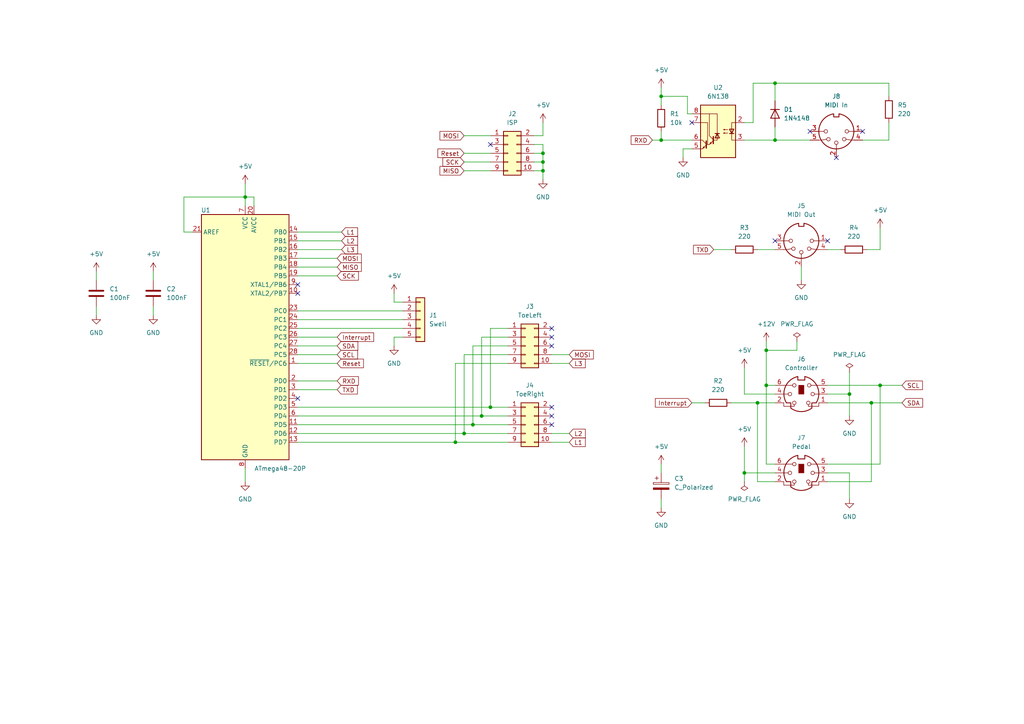
<source format=kicad_sch>
(kicad_sch (version 20211123) (generator eeschema)

  (uuid a0f642fd-a17d-4032-8879-54d542360da8)

  (paper "A4")

  (lib_symbols
    (symbol "Connector:DIN-5_180degree" (pin_names (offset 1.016)) (in_bom yes) (on_board yes)
      (property "Reference" "J" (id 0) (at 3.175 5.715 0)
        (effects (font (size 1.27 1.27)))
      )
      (property "Value" "DIN-5_180degree" (id 1) (at 0 -6.35 0)
        (effects (font (size 1.27 1.27)))
      )
      (property "Footprint" "" (id 2) (at 0 0 0)
        (effects (font (size 1.27 1.27)) hide)
      )
      (property "Datasheet" "http://www.mouser.com/ds/2/18/40_c091_abd_e-75918.pdf" (id 3) (at 0 0 0)
        (effects (font (size 1.27 1.27)) hide)
      )
      (property "ki_keywords" "circular DIN connector stereo audio" (id 4) (at 0 0 0)
        (effects (font (size 1.27 1.27)) hide)
      )
      (property "ki_description" "5-pin DIN connector (5-pin DIN-5 stereo)" (id 5) (at 0 0 0)
        (effects (font (size 1.27 1.27)) hide)
      )
      (property "ki_fp_filters" "DIN*" (id 6) (at 0 0 0)
        (effects (font (size 1.27 1.27)) hide)
      )
      (symbol "DIN-5_180degree_0_1"
        (arc (start -5.08 0) (mid -3.8609 -3.3364) (end -0.762 -5.08)
          (stroke (width 0.254) (type default) (color 0 0 0 0))
          (fill (type none))
        )
        (circle (center -3.048 0) (radius 0.508)
          (stroke (width 0) (type default) (color 0 0 0 0))
          (fill (type none))
        )
        (circle (center -2.286 2.286) (radius 0.508)
          (stroke (width 0) (type default) (color 0 0 0 0))
          (fill (type none))
        )
        (polyline
          (pts
            (xy -5.08 0)
            (xy -3.556 0)
          )
          (stroke (width 0) (type default) (color 0 0 0 0))
          (fill (type none))
        )
        (polyline
          (pts
            (xy 0 5.08)
            (xy 0 3.81)
          )
          (stroke (width 0) (type default) (color 0 0 0 0))
          (fill (type none))
        )
        (polyline
          (pts
            (xy 5.08 0)
            (xy 3.556 0)
          )
          (stroke (width 0) (type default) (color 0 0 0 0))
          (fill (type none))
        )
        (polyline
          (pts
            (xy -5.08 2.54)
            (xy -4.318 2.54)
            (xy -2.794 2.286)
          )
          (stroke (width 0) (type default) (color 0 0 0 0))
          (fill (type none))
        )
        (polyline
          (pts
            (xy 5.08 2.54)
            (xy 4.318 2.54)
            (xy 2.794 2.286)
          )
          (stroke (width 0) (type default) (color 0 0 0 0))
          (fill (type none))
        )
        (polyline
          (pts
            (xy -0.762 -4.953)
            (xy -0.762 -4.191)
            (xy 0.762 -4.191)
            (xy 0.762 -4.953)
          )
          (stroke (width 0.254) (type default) (color 0 0 0 0))
          (fill (type none))
        )
        (circle (center 0 3.302) (radius 0.508)
          (stroke (width 0) (type default) (color 0 0 0 0))
          (fill (type none))
        )
        (arc (start 0.762 -5.08) (mid 3.8685 -3.343) (end 5.08 0)
          (stroke (width 0.254) (type default) (color 0 0 0 0))
          (fill (type none))
        )
        (circle (center 2.286 2.286) (radius 0.508)
          (stroke (width 0) (type default) (color 0 0 0 0))
          (fill (type none))
        )
        (circle (center 3.048 0) (radius 0.508)
          (stroke (width 0) (type default) (color 0 0 0 0))
          (fill (type none))
        )
        (arc (start 5.08 0) (mid 0 5.08) (end -5.08 0)
          (stroke (width 0.254) (type default) (color 0 0 0 0))
          (fill (type none))
        )
      )
      (symbol "DIN-5_180degree_1_1"
        (pin passive line (at -7.62 0 0) (length 2.54)
          (name "~" (effects (font (size 1.27 1.27))))
          (number "1" (effects (font (size 1.27 1.27))))
        )
        (pin passive line (at 0 7.62 270) (length 2.54)
          (name "~" (effects (font (size 1.27 1.27))))
          (number "2" (effects (font (size 1.27 1.27))))
        )
        (pin passive line (at 7.62 0 180) (length 2.54)
          (name "~" (effects (font (size 1.27 1.27))))
          (number "3" (effects (font (size 1.27 1.27))))
        )
        (pin passive line (at -7.62 2.54 0) (length 2.54)
          (name "~" (effects (font (size 1.27 1.27))))
          (number "4" (effects (font (size 1.27 1.27))))
        )
        (pin passive line (at 7.62 2.54 180) (length 2.54)
          (name "~" (effects (font (size 1.27 1.27))))
          (number "5" (effects (font (size 1.27 1.27))))
        )
      )
    )
    (symbol "Connector:Mini-DIN-6" (pin_names (offset 1.016)) (in_bom yes) (on_board yes)
      (property "Reference" "J" (id 0) (at 0 6.35 0)
        (effects (font (size 1.27 1.27)))
      )
      (property "Value" "Mini-DIN-6" (id 1) (at 0 -6.35 0)
        (effects (font (size 1.27 1.27)))
      )
      (property "Footprint" "" (id 2) (at 0 0 0)
        (effects (font (size 1.27 1.27)) hide)
      )
      (property "Datasheet" "http://service.powerdynamics.com/ec/Catalog17/Section%2011.pdf" (id 3) (at 0 0 0)
        (effects (font (size 1.27 1.27)) hide)
      )
      (property "ki_keywords" "Mini-DIN" (id 4) (at 0 0 0)
        (effects (font (size 1.27 1.27)) hide)
      )
      (property "ki_description" "6-pin Mini-DIN connector" (id 5) (at 0 0 0)
        (effects (font (size 1.27 1.27)) hide)
      )
      (property "ki_fp_filters" "MINI?DIN*" (id 6) (at 0 0 0)
        (effects (font (size 1.27 1.27)) hide)
      )
      (symbol "Mini-DIN-6_0_1"
        (circle (center -3.302 0) (radius 0.508)
          (stroke (width 0) (type default) (color 0 0 0 0))
          (fill (type none))
        )
        (arc (start -3.048 -4.064) (mid 0 -5.08) (end 3.048 -4.064)
          (stroke (width 0.254) (type default) (color 0 0 0 0))
          (fill (type none))
        )
        (circle (center -2.032 -2.54) (radius 0.508)
          (stroke (width 0) (type default) (color 0 0 0 0))
          (fill (type none))
        )
        (circle (center -2.032 2.54) (radius 0.508)
          (stroke (width 0) (type default) (color 0 0 0 0))
          (fill (type none))
        )
        (arc (start -1.016 5.08) (mid -4.6228 2.1214) (end -4.318 -2.54)
          (stroke (width 0.254) (type default) (color 0 0 0 0))
          (fill (type none))
        )
        (rectangle (start -0.762 2.54) (end 0.762 0)
          (stroke (width 0) (type default) (color 0 0 0 0))
          (fill (type outline))
        )
        (polyline
          (pts
            (xy -3.81 0)
            (xy -5.08 0)
          )
          (stroke (width 0) (type default) (color 0 0 0 0))
          (fill (type none))
        )
        (polyline
          (pts
            (xy -2.54 2.54)
            (xy -5.08 2.54)
          )
          (stroke (width 0) (type default) (color 0 0 0 0))
          (fill (type none))
        )
        (polyline
          (pts
            (xy 2.794 2.54)
            (xy 5.08 2.54)
          )
          (stroke (width 0) (type default) (color 0 0 0 0))
          (fill (type none))
        )
        (polyline
          (pts
            (xy 5.08 0)
            (xy 3.81 0)
          )
          (stroke (width 0) (type default) (color 0 0 0 0))
          (fill (type none))
        )
        (polyline
          (pts
            (xy -4.318 -2.54)
            (xy -3.048 -2.54)
            (xy -3.048 -4.064)
          )
          (stroke (width 0.254) (type default) (color 0 0 0 0))
          (fill (type none))
        )
        (polyline
          (pts
            (xy 4.318 -2.54)
            (xy 3.048 -2.54)
            (xy 3.048 -4.064)
          )
          (stroke (width 0.254) (type default) (color 0 0 0 0))
          (fill (type none))
        )
        (polyline
          (pts
            (xy -2.032 -3.048)
            (xy -2.032 -3.556)
            (xy -5.08 -3.556)
            (xy -5.08 -2.54)
          )
          (stroke (width 0) (type default) (color 0 0 0 0))
          (fill (type none))
        )
        (polyline
          (pts
            (xy -1.016 5.08)
            (xy -1.016 4.064)
            (xy 1.016 4.064)
            (xy 1.016 5.08)
          )
          (stroke (width 0.254) (type default) (color 0 0 0 0))
          (fill (type none))
        )
        (polyline
          (pts
            (xy 2.032 -3.048)
            (xy 2.032 -3.556)
            (xy 5.08 -3.556)
            (xy 5.08 -2.54)
          )
          (stroke (width 0) (type default) (color 0 0 0 0))
          (fill (type none))
        )
        (circle (center 2.032 -2.54) (radius 0.508)
          (stroke (width 0) (type default) (color 0 0 0 0))
          (fill (type none))
        )
        (circle (center 2.286 2.54) (radius 0.508)
          (stroke (width 0) (type default) (color 0 0 0 0))
          (fill (type none))
        )
        (circle (center 3.302 0) (radius 0.508)
          (stroke (width 0) (type default) (color 0 0 0 0))
          (fill (type none))
        )
        (arc (start 4.318 -2.54) (mid 4.6661 2.1322) (end 1.016 5.08)
          (stroke (width 0.254) (type default) (color 0 0 0 0))
          (fill (type none))
        )
      )
      (symbol "Mini-DIN-6_1_1"
        (pin passive line (at 7.62 -2.54 180) (length 2.54)
          (name "~" (effects (font (size 1.27 1.27))))
          (number "1" (effects (font (size 1.27 1.27))))
        )
        (pin passive line (at -7.62 -2.54 0) (length 2.54)
          (name "~" (effects (font (size 1.27 1.27))))
          (number "2" (effects (font (size 1.27 1.27))))
        )
        (pin passive line (at 7.62 0 180) (length 2.54)
          (name "~" (effects (font (size 1.27 1.27))))
          (number "3" (effects (font (size 1.27 1.27))))
        )
        (pin passive line (at -7.62 0 0) (length 2.54)
          (name "~" (effects (font (size 1.27 1.27))))
          (number "4" (effects (font (size 1.27 1.27))))
        )
        (pin passive line (at 7.62 2.54 180) (length 2.54)
          (name "~" (effects (font (size 1.27 1.27))))
          (number "5" (effects (font (size 1.27 1.27))))
        )
        (pin passive line (at -7.62 2.54 0) (length 2.54)
          (name "~" (effects (font (size 1.27 1.27))))
          (number "6" (effects (font (size 1.27 1.27))))
        )
      )
    )
    (symbol "Connector_Generic:Conn_01x05" (pin_names (offset 1.016) hide) (in_bom yes) (on_board yes)
      (property "Reference" "J" (id 0) (at 0 7.62 0)
        (effects (font (size 1.27 1.27)))
      )
      (property "Value" "Conn_01x05" (id 1) (at 0 -7.62 0)
        (effects (font (size 1.27 1.27)))
      )
      (property "Footprint" "" (id 2) (at 0 0 0)
        (effects (font (size 1.27 1.27)) hide)
      )
      (property "Datasheet" "~" (id 3) (at 0 0 0)
        (effects (font (size 1.27 1.27)) hide)
      )
      (property "ki_keywords" "connector" (id 4) (at 0 0 0)
        (effects (font (size 1.27 1.27)) hide)
      )
      (property "ki_description" "Generic connector, single row, 01x05, script generated (kicad-library-utils/schlib/autogen/connector/)" (id 5) (at 0 0 0)
        (effects (font (size 1.27 1.27)) hide)
      )
      (property "ki_fp_filters" "Connector*:*_1x??_*" (id 6) (at 0 0 0)
        (effects (font (size 1.27 1.27)) hide)
      )
      (symbol "Conn_01x05_1_1"
        (rectangle (start -1.27 -4.953) (end 0 -5.207)
          (stroke (width 0.1524) (type default) (color 0 0 0 0))
          (fill (type none))
        )
        (rectangle (start -1.27 -2.413) (end 0 -2.667)
          (stroke (width 0.1524) (type default) (color 0 0 0 0))
          (fill (type none))
        )
        (rectangle (start -1.27 0.127) (end 0 -0.127)
          (stroke (width 0.1524) (type default) (color 0 0 0 0))
          (fill (type none))
        )
        (rectangle (start -1.27 2.667) (end 0 2.413)
          (stroke (width 0.1524) (type default) (color 0 0 0 0))
          (fill (type none))
        )
        (rectangle (start -1.27 5.207) (end 0 4.953)
          (stroke (width 0.1524) (type default) (color 0 0 0 0))
          (fill (type none))
        )
        (rectangle (start -1.27 6.35) (end 1.27 -6.35)
          (stroke (width 0.254) (type default) (color 0 0 0 0))
          (fill (type background))
        )
        (pin passive line (at -5.08 5.08 0) (length 3.81)
          (name "Pin_1" (effects (font (size 1.27 1.27))))
          (number "1" (effects (font (size 1.27 1.27))))
        )
        (pin passive line (at -5.08 2.54 0) (length 3.81)
          (name "Pin_2" (effects (font (size 1.27 1.27))))
          (number "2" (effects (font (size 1.27 1.27))))
        )
        (pin passive line (at -5.08 0 0) (length 3.81)
          (name "Pin_3" (effects (font (size 1.27 1.27))))
          (number "3" (effects (font (size 1.27 1.27))))
        )
        (pin passive line (at -5.08 -2.54 0) (length 3.81)
          (name "Pin_4" (effects (font (size 1.27 1.27))))
          (number "4" (effects (font (size 1.27 1.27))))
        )
        (pin passive line (at -5.08 -5.08 0) (length 3.81)
          (name "Pin_5" (effects (font (size 1.27 1.27))))
          (number "5" (effects (font (size 1.27 1.27))))
        )
      )
    )
    (symbol "Connector_Generic:Conn_02x05_Odd_Even" (pin_names (offset 1.016) hide) (in_bom yes) (on_board yes)
      (property "Reference" "J" (id 0) (at 1.27 7.62 0)
        (effects (font (size 1.27 1.27)))
      )
      (property "Value" "Conn_02x05_Odd_Even" (id 1) (at 1.27 -7.62 0)
        (effects (font (size 1.27 1.27)))
      )
      (property "Footprint" "" (id 2) (at 0 0 0)
        (effects (font (size 1.27 1.27)) hide)
      )
      (property "Datasheet" "~" (id 3) (at 0 0 0)
        (effects (font (size 1.27 1.27)) hide)
      )
      (property "ki_keywords" "connector" (id 4) (at 0 0 0)
        (effects (font (size 1.27 1.27)) hide)
      )
      (property "ki_description" "Generic connector, double row, 02x05, odd/even pin numbering scheme (row 1 odd numbers, row 2 even numbers), script generated (kicad-library-utils/schlib/autogen/connector/)" (id 5) (at 0 0 0)
        (effects (font (size 1.27 1.27)) hide)
      )
      (property "ki_fp_filters" "Connector*:*_2x??_*" (id 6) (at 0 0 0)
        (effects (font (size 1.27 1.27)) hide)
      )
      (symbol "Conn_02x05_Odd_Even_1_1"
        (rectangle (start -1.27 -4.953) (end 0 -5.207)
          (stroke (width 0.1524) (type default) (color 0 0 0 0))
          (fill (type none))
        )
        (rectangle (start -1.27 -2.413) (end 0 -2.667)
          (stroke (width 0.1524) (type default) (color 0 0 0 0))
          (fill (type none))
        )
        (rectangle (start -1.27 0.127) (end 0 -0.127)
          (stroke (width 0.1524) (type default) (color 0 0 0 0))
          (fill (type none))
        )
        (rectangle (start -1.27 2.667) (end 0 2.413)
          (stroke (width 0.1524) (type default) (color 0 0 0 0))
          (fill (type none))
        )
        (rectangle (start -1.27 5.207) (end 0 4.953)
          (stroke (width 0.1524) (type default) (color 0 0 0 0))
          (fill (type none))
        )
        (rectangle (start -1.27 6.35) (end 3.81 -6.35)
          (stroke (width 0.254) (type default) (color 0 0 0 0))
          (fill (type background))
        )
        (rectangle (start 3.81 -4.953) (end 2.54 -5.207)
          (stroke (width 0.1524) (type default) (color 0 0 0 0))
          (fill (type none))
        )
        (rectangle (start 3.81 -2.413) (end 2.54 -2.667)
          (stroke (width 0.1524) (type default) (color 0 0 0 0))
          (fill (type none))
        )
        (rectangle (start 3.81 0.127) (end 2.54 -0.127)
          (stroke (width 0.1524) (type default) (color 0 0 0 0))
          (fill (type none))
        )
        (rectangle (start 3.81 2.667) (end 2.54 2.413)
          (stroke (width 0.1524) (type default) (color 0 0 0 0))
          (fill (type none))
        )
        (rectangle (start 3.81 5.207) (end 2.54 4.953)
          (stroke (width 0.1524) (type default) (color 0 0 0 0))
          (fill (type none))
        )
        (pin passive line (at -5.08 5.08 0) (length 3.81)
          (name "Pin_1" (effects (font (size 1.27 1.27))))
          (number "1" (effects (font (size 1.27 1.27))))
        )
        (pin passive line (at 7.62 -5.08 180) (length 3.81)
          (name "Pin_10" (effects (font (size 1.27 1.27))))
          (number "10" (effects (font (size 1.27 1.27))))
        )
        (pin passive line (at 7.62 5.08 180) (length 3.81)
          (name "Pin_2" (effects (font (size 1.27 1.27))))
          (number "2" (effects (font (size 1.27 1.27))))
        )
        (pin passive line (at -5.08 2.54 0) (length 3.81)
          (name "Pin_3" (effects (font (size 1.27 1.27))))
          (number "3" (effects (font (size 1.27 1.27))))
        )
        (pin passive line (at 7.62 2.54 180) (length 3.81)
          (name "Pin_4" (effects (font (size 1.27 1.27))))
          (number "4" (effects (font (size 1.27 1.27))))
        )
        (pin passive line (at -5.08 0 0) (length 3.81)
          (name "Pin_5" (effects (font (size 1.27 1.27))))
          (number "5" (effects (font (size 1.27 1.27))))
        )
        (pin passive line (at 7.62 0 180) (length 3.81)
          (name "Pin_6" (effects (font (size 1.27 1.27))))
          (number "6" (effects (font (size 1.27 1.27))))
        )
        (pin passive line (at -5.08 -2.54 0) (length 3.81)
          (name "Pin_7" (effects (font (size 1.27 1.27))))
          (number "7" (effects (font (size 1.27 1.27))))
        )
        (pin passive line (at 7.62 -2.54 180) (length 3.81)
          (name "Pin_8" (effects (font (size 1.27 1.27))))
          (number "8" (effects (font (size 1.27 1.27))))
        )
        (pin passive line (at -5.08 -5.08 0) (length 3.81)
          (name "Pin_9" (effects (font (size 1.27 1.27))))
          (number "9" (effects (font (size 1.27 1.27))))
        )
      )
    )
    (symbol "Device:C" (pin_numbers hide) (pin_names (offset 0.254)) (in_bom yes) (on_board yes)
      (property "Reference" "C" (id 0) (at 0.635 2.54 0)
        (effects (font (size 1.27 1.27)) (justify left))
      )
      (property "Value" "C" (id 1) (at 0.635 -2.54 0)
        (effects (font (size 1.27 1.27)) (justify left))
      )
      (property "Footprint" "" (id 2) (at 0.9652 -3.81 0)
        (effects (font (size 1.27 1.27)) hide)
      )
      (property "Datasheet" "~" (id 3) (at 0 0 0)
        (effects (font (size 1.27 1.27)) hide)
      )
      (property "ki_keywords" "cap capacitor" (id 4) (at 0 0 0)
        (effects (font (size 1.27 1.27)) hide)
      )
      (property "ki_description" "Unpolarized capacitor" (id 5) (at 0 0 0)
        (effects (font (size 1.27 1.27)) hide)
      )
      (property "ki_fp_filters" "C_*" (id 6) (at 0 0 0)
        (effects (font (size 1.27 1.27)) hide)
      )
      (symbol "C_0_1"
        (polyline
          (pts
            (xy -2.032 -0.762)
            (xy 2.032 -0.762)
          )
          (stroke (width 0.508) (type default) (color 0 0 0 0))
          (fill (type none))
        )
        (polyline
          (pts
            (xy -2.032 0.762)
            (xy 2.032 0.762)
          )
          (stroke (width 0.508) (type default) (color 0 0 0 0))
          (fill (type none))
        )
      )
      (symbol "C_1_1"
        (pin passive line (at 0 3.81 270) (length 2.794)
          (name "~" (effects (font (size 1.27 1.27))))
          (number "1" (effects (font (size 1.27 1.27))))
        )
        (pin passive line (at 0 -3.81 90) (length 2.794)
          (name "~" (effects (font (size 1.27 1.27))))
          (number "2" (effects (font (size 1.27 1.27))))
        )
      )
    )
    (symbol "Device:C_Polarized" (pin_numbers hide) (pin_names (offset 0.254)) (in_bom yes) (on_board yes)
      (property "Reference" "C" (id 0) (at 0.635 2.54 0)
        (effects (font (size 1.27 1.27)) (justify left))
      )
      (property "Value" "C_Polarized" (id 1) (at 0.635 -2.54 0)
        (effects (font (size 1.27 1.27)) (justify left))
      )
      (property "Footprint" "" (id 2) (at 0.9652 -3.81 0)
        (effects (font (size 1.27 1.27)) hide)
      )
      (property "Datasheet" "~" (id 3) (at 0 0 0)
        (effects (font (size 1.27 1.27)) hide)
      )
      (property "ki_keywords" "cap capacitor" (id 4) (at 0 0 0)
        (effects (font (size 1.27 1.27)) hide)
      )
      (property "ki_description" "Polarized capacitor" (id 5) (at 0 0 0)
        (effects (font (size 1.27 1.27)) hide)
      )
      (property "ki_fp_filters" "CP_*" (id 6) (at 0 0 0)
        (effects (font (size 1.27 1.27)) hide)
      )
      (symbol "C_Polarized_0_1"
        (rectangle (start -2.286 0.508) (end 2.286 1.016)
          (stroke (width 0) (type default) (color 0 0 0 0))
          (fill (type none))
        )
        (polyline
          (pts
            (xy -1.778 2.286)
            (xy -0.762 2.286)
          )
          (stroke (width 0) (type default) (color 0 0 0 0))
          (fill (type none))
        )
        (polyline
          (pts
            (xy -1.27 2.794)
            (xy -1.27 1.778)
          )
          (stroke (width 0) (type default) (color 0 0 0 0))
          (fill (type none))
        )
        (rectangle (start 2.286 -0.508) (end -2.286 -1.016)
          (stroke (width 0) (type default) (color 0 0 0 0))
          (fill (type outline))
        )
      )
      (symbol "C_Polarized_1_1"
        (pin passive line (at 0 3.81 270) (length 2.794)
          (name "~" (effects (font (size 1.27 1.27))))
          (number "1" (effects (font (size 1.27 1.27))))
        )
        (pin passive line (at 0 -3.81 90) (length 2.794)
          (name "~" (effects (font (size 1.27 1.27))))
          (number "2" (effects (font (size 1.27 1.27))))
        )
      )
    )
    (symbol "Device:R" (pin_numbers hide) (pin_names (offset 0)) (in_bom yes) (on_board yes)
      (property "Reference" "R" (id 0) (at 2.032 0 90)
        (effects (font (size 1.27 1.27)))
      )
      (property "Value" "R" (id 1) (at 0 0 90)
        (effects (font (size 1.27 1.27)))
      )
      (property "Footprint" "" (id 2) (at -1.778 0 90)
        (effects (font (size 1.27 1.27)) hide)
      )
      (property "Datasheet" "~" (id 3) (at 0 0 0)
        (effects (font (size 1.27 1.27)) hide)
      )
      (property "ki_keywords" "R res resistor" (id 4) (at 0 0 0)
        (effects (font (size 1.27 1.27)) hide)
      )
      (property "ki_description" "Resistor" (id 5) (at 0 0 0)
        (effects (font (size 1.27 1.27)) hide)
      )
      (property "ki_fp_filters" "R_*" (id 6) (at 0 0 0)
        (effects (font (size 1.27 1.27)) hide)
      )
      (symbol "R_0_1"
        (rectangle (start -1.016 -2.54) (end 1.016 2.54)
          (stroke (width 0.254) (type default) (color 0 0 0 0))
          (fill (type none))
        )
      )
      (symbol "R_1_1"
        (pin passive line (at 0 3.81 270) (length 1.27)
          (name "~" (effects (font (size 1.27 1.27))))
          (number "1" (effects (font (size 1.27 1.27))))
        )
        (pin passive line (at 0 -3.81 90) (length 1.27)
          (name "~" (effects (font (size 1.27 1.27))))
          (number "2" (effects (font (size 1.27 1.27))))
        )
      )
    )
    (symbol "Diode:1N4148" (pin_numbers hide) (pin_names hide) (in_bom yes) (on_board yes)
      (property "Reference" "D" (id 0) (at 0 2.54 0)
        (effects (font (size 1.27 1.27)))
      )
      (property "Value" "1N4148" (id 1) (at 0 -2.54 0)
        (effects (font (size 1.27 1.27)))
      )
      (property "Footprint" "Diode_THT:D_DO-35_SOD27_P7.62mm_Horizontal" (id 2) (at 0 0 0)
        (effects (font (size 1.27 1.27)) hide)
      )
      (property "Datasheet" "https://assets.nexperia.com/documents/data-sheet/1N4148_1N4448.pdf" (id 3) (at 0 0 0)
        (effects (font (size 1.27 1.27)) hide)
      )
      (property "ki_keywords" "diode" (id 4) (at 0 0 0)
        (effects (font (size 1.27 1.27)) hide)
      )
      (property "ki_description" "100V 0.15A standard switching diode, DO-35" (id 5) (at 0 0 0)
        (effects (font (size 1.27 1.27)) hide)
      )
      (property "ki_fp_filters" "D*DO?35*" (id 6) (at 0 0 0)
        (effects (font (size 1.27 1.27)) hide)
      )
      (symbol "1N4148_0_1"
        (polyline
          (pts
            (xy -1.27 1.27)
            (xy -1.27 -1.27)
          )
          (stroke (width 0.254) (type default) (color 0 0 0 0))
          (fill (type none))
        )
        (polyline
          (pts
            (xy 1.27 0)
            (xy -1.27 0)
          )
          (stroke (width 0) (type default) (color 0 0 0 0))
          (fill (type none))
        )
        (polyline
          (pts
            (xy 1.27 1.27)
            (xy 1.27 -1.27)
            (xy -1.27 0)
            (xy 1.27 1.27)
          )
          (stroke (width 0.254) (type default) (color 0 0 0 0))
          (fill (type none))
        )
      )
      (symbol "1N4148_1_1"
        (pin passive line (at -3.81 0 0) (length 2.54)
          (name "K" (effects (font (size 1.27 1.27))))
          (number "1" (effects (font (size 1.27 1.27))))
        )
        (pin passive line (at 3.81 0 180) (length 2.54)
          (name "A" (effects (font (size 1.27 1.27))))
          (number "2" (effects (font (size 1.27 1.27))))
        )
      )
    )
    (symbol "Isolator:6N138" (pin_names (offset 1.016) hide) (in_bom yes) (on_board yes)
      (property "Reference" "U" (id 0) (at -4.064 8.89 0)
        (effects (font (size 1.27 1.27)))
      )
      (property "Value" "6N138" (id 1) (at 2.286 8.89 0)
        (effects (font (size 1.27 1.27)))
      )
      (property "Footprint" "" (id 2) (at 7.366 -7.62 0)
        (effects (font (size 1.27 1.27)) hide)
      )
      (property "Datasheet" "http://www.onsemi.com/pub/Collateral/HCPL2731-D.pdf" (id 3) (at 7.366 -7.62 0)
        (effects (font (size 1.27 1.27)) hide)
      )
      (property "ki_keywords" "darlington optocoupler" (id 4) (at 0 0 0)
        (effects (font (size 1.27 1.27)) hide)
      )
      (property "ki_description" "Low Input Current high Gain Split Darlington Optocouplers, -0.5V to 7V VDD, DIP-8" (id 5) (at 0 0 0)
        (effects (font (size 1.27 1.27)) hide)
      )
      (property "ki_fp_filters" "DIP*W7.62mm* SMDIP*W9.53mm*" (id 6) (at 0 0 0)
        (effects (font (size 1.27 1.27)) hide)
      )
      (symbol "6N138_0_1"
        (rectangle (start -5.08 7.62) (end 5.08 -7.62)
          (stroke (width 0.254) (type default) (color 0 0 0 0))
          (fill (type background))
        )
        (polyline
          (pts
            (xy -4.572 -0.635)
            (xy -3.302 -0.635)
          )
          (stroke (width 0.254) (type default) (color 0 0 0 0))
          (fill (type none))
        )
        (polyline
          (pts
            (xy 0.889 -0.635)
            (xy -0.381 -0.635)
          )
          (stroke (width 0.254) (type default) (color 0 0 0 0))
          (fill (type none))
        )
        (polyline
          (pts
            (xy 1.397 -2.667)
            (xy 2.54 -3.81)
          )
          (stroke (width 0) (type default) (color 0 0 0 0))
          (fill (type none))
        )
        (polyline
          (pts
            (xy 1.397 -2.413)
            (xy 2.54 -1.27)
          )
          (stroke (width 0) (type default) (color 0 0 0 0))
          (fill (type none))
        )
        (polyline
          (pts
            (xy 2.54 -3.81)
            (xy 3.175 -3.81)
          )
          (stroke (width 0) (type default) (color 0 0 0 0))
          (fill (type none))
        )
        (polyline
          (pts
            (xy 3.429 -3.937)
            (xy 4.572 -5.08)
          )
          (stroke (width 0) (type default) (color 0 0 0 0))
          (fill (type none))
        )
        (polyline
          (pts
            (xy 3.429 -3.683)
            (xy 4.572 -2.54)
          )
          (stroke (width 0) (type default) (color 0 0 0 0))
          (fill (type none))
        )
        (polyline
          (pts
            (xy 4.572 -5.08)
            (xy 5.08 -5.08)
          )
          (stroke (width 0) (type default) (color 0 0 0 0))
          (fill (type none))
        )
        (polyline
          (pts
            (xy 4.572 -2.54)
            (xy 5.08 -2.54)
          )
          (stroke (width 0) (type default) (color 0 0 0 0))
          (fill (type none))
        )
        (polyline
          (pts
            (xy 1.397 -1.524)
            (xy 1.397 -3.556)
            (xy 1.397 -3.556)
          )
          (stroke (width 0.3556) (type default) (color 0 0 0 0))
          (fill (type none))
        )
        (polyline
          (pts
            (xy 2.54 -1.27)
            (xy 2.54 5.08)
            (xy 5.08 5.08)
          )
          (stroke (width 0) (type default) (color 0 0 0 0))
          (fill (type none))
        )
        (polyline
          (pts
            (xy 3.429 -2.794)
            (xy 3.429 -4.826)
            (xy 3.429 -4.826)
          )
          (stroke (width 0.3556) (type default) (color 0 0 0 0))
          (fill (type none))
        )
        (polyline
          (pts
            (xy 5.08 2.54)
            (xy 3.048 2.54)
            (xy 3.048 -3.81)
          )
          (stroke (width 0) (type default) (color 0 0 0 0))
          (fill (type none))
        )
        (polyline
          (pts
            (xy -5.08 -2.54)
            (xy -3.937 -2.54)
            (xy -3.937 2.54)
            (xy -5.08 2.54)
          )
          (stroke (width 0) (type default) (color 0 0 0 0))
          (fill (type none))
        )
        (polyline
          (pts
            (xy -3.937 -0.635)
            (xy -4.572 0.635)
            (xy -3.302 0.635)
            (xy -3.937 -0.635)
          )
          (stroke (width 0.254) (type default) (color 0 0 0 0))
          (fill (type none))
        )
        (polyline
          (pts
            (xy 0.254 -0.635)
            (xy 0.889 -1.905)
            (xy -0.381 -1.905)
            (xy 0.254 -0.635)
          )
          (stroke (width 0.254) (type default) (color 0 0 0 0))
          (fill (type none))
        )
        (polyline
          (pts
            (xy 1.27 -2.54)
            (xy 0.254 -2.54)
            (xy 0.254 5.08)
            (xy 2.54 5.08)
          )
          (stroke (width 0) (type default) (color 0 0 0 0))
          (fill (type none))
        )
        (polyline
          (pts
            (xy 2.413 -3.683)
            (xy 2.159 -3.175)
            (xy 1.905 -3.429)
            (xy 2.413 -3.683)
          )
          (stroke (width 0) (type default) (color 0 0 0 0))
          (fill (type none))
        )
        (polyline
          (pts
            (xy 4.445 -4.953)
            (xy 4.191 -4.445)
            (xy 3.937 -4.699)
            (xy 4.445 -4.953)
          )
          (stroke (width 0) (type default) (color 0 0 0 0))
          (fill (type none))
        )
        (polyline
          (pts
            (xy -2.794 -0.508)
            (xy -1.524 -0.508)
            (xy -1.905 -0.635)
            (xy -1.905 -0.381)
            (xy -1.524 -0.508)
          )
          (stroke (width 0) (type default) (color 0 0 0 0))
          (fill (type none))
        )
        (polyline
          (pts
            (xy -2.794 0.508)
            (xy -1.524 0.508)
            (xy -1.905 0.381)
            (xy -1.905 0.635)
            (xy -1.524 0.508)
          )
          (stroke (width 0) (type default) (color 0 0 0 0))
          (fill (type none))
        )
      )
      (symbol "6N138_1_1"
        (pin no_connect line (at -5.08 5.08 0) (length 2.54) hide
          (name "NC" (effects (font (size 1.27 1.27))))
          (number "1" (effects (font (size 1.27 1.27))))
        )
        (pin passive line (at -7.62 2.54 0) (length 2.54)
          (name "C1" (effects (font (size 1.27 1.27))))
          (number "2" (effects (font (size 1.27 1.27))))
        )
        (pin passive line (at -7.62 -2.54 0) (length 2.54)
          (name "C2" (effects (font (size 1.27 1.27))))
          (number "3" (effects (font (size 1.27 1.27))))
        )
        (pin no_connect line (at -5.08 -5.08 0) (length 2.54) hide
          (name "NC" (effects (font (size 1.27 1.27))))
          (number "4" (effects (font (size 1.27 1.27))))
        )
        (pin passive line (at 7.62 -5.08 180) (length 2.54)
          (name "GND" (effects (font (size 1.27 1.27))))
          (number "5" (effects (font (size 1.27 1.27))))
        )
        (pin passive line (at 7.62 -2.54 180) (length 2.54)
          (name "VO2" (effects (font (size 1.27 1.27))))
          (number "6" (effects (font (size 1.27 1.27))))
        )
        (pin passive line (at 7.62 2.54 180) (length 2.54)
          (name "VO1" (effects (font (size 1.27 1.27))))
          (number "7" (effects (font (size 1.27 1.27))))
        )
        (pin passive line (at 7.62 5.08 180) (length 2.54)
          (name "VCC" (effects (font (size 1.27 1.27))))
          (number "8" (effects (font (size 1.27 1.27))))
        )
      )
    )
    (symbol "MCU_Microchip_ATmega:ATmega48-20P" (in_bom yes) (on_board yes)
      (property "Reference" "U" (id 0) (at -12.7 36.83 0)
        (effects (font (size 1.27 1.27)) (justify left bottom))
      )
      (property "Value" "ATmega48-20P" (id 1) (at 2.54 -36.83 0)
        (effects (font (size 1.27 1.27)) (justify left top))
      )
      (property "Footprint" "Package_DIP:DIP-28_W7.62mm" (id 2) (at 0 0 0)
        (effects (font (size 1.27 1.27) italic) hide)
      )
      (property "Datasheet" "http://ww1.microchip.com/downloads/en/DeviceDoc/Atmel-2545-8-bit-AVR-Microcontroller-ATmega48-88-168_Datasheet.pdf" (id 3) (at 0 0 0)
        (effects (font (size 1.27 1.27)) hide)
      )
      (property "ki_keywords" "AVR 8bit Microcontroller MegaAVR" (id 4) (at 0 0 0)
        (effects (font (size 1.27 1.27)) hide)
      )
      (property "ki_description" "20MHz, 4kB Flash, 512B SRAM, 256B EEPROM, DIP-28" (id 5) (at 0 0 0)
        (effects (font (size 1.27 1.27)) hide)
      )
      (property "ki_fp_filters" "DIP*W7.62mm*" (id 6) (at 0 0 0)
        (effects (font (size 1.27 1.27)) hide)
      )
      (symbol "ATmega48-20P_0_1"
        (rectangle (start -12.7 -35.56) (end 12.7 35.56)
          (stroke (width 0.254) (type default) (color 0 0 0 0))
          (fill (type background))
        )
      )
      (symbol "ATmega48-20P_1_1"
        (pin bidirectional line (at 15.24 -7.62 180) (length 2.54)
          (name "~{RESET}/PC6" (effects (font (size 1.27 1.27))))
          (number "1" (effects (font (size 1.27 1.27))))
        )
        (pin bidirectional line (at 15.24 12.7 180) (length 2.54)
          (name "XTAL2/PB7" (effects (font (size 1.27 1.27))))
          (number "10" (effects (font (size 1.27 1.27))))
        )
        (pin bidirectional line (at 15.24 -25.4 180) (length 2.54)
          (name "PD5" (effects (font (size 1.27 1.27))))
          (number "11" (effects (font (size 1.27 1.27))))
        )
        (pin bidirectional line (at 15.24 -27.94 180) (length 2.54)
          (name "PD6" (effects (font (size 1.27 1.27))))
          (number "12" (effects (font (size 1.27 1.27))))
        )
        (pin bidirectional line (at 15.24 -30.48 180) (length 2.54)
          (name "PD7" (effects (font (size 1.27 1.27))))
          (number "13" (effects (font (size 1.27 1.27))))
        )
        (pin bidirectional line (at 15.24 30.48 180) (length 2.54)
          (name "PB0" (effects (font (size 1.27 1.27))))
          (number "14" (effects (font (size 1.27 1.27))))
        )
        (pin bidirectional line (at 15.24 27.94 180) (length 2.54)
          (name "PB1" (effects (font (size 1.27 1.27))))
          (number "15" (effects (font (size 1.27 1.27))))
        )
        (pin bidirectional line (at 15.24 25.4 180) (length 2.54)
          (name "PB2" (effects (font (size 1.27 1.27))))
          (number "16" (effects (font (size 1.27 1.27))))
        )
        (pin bidirectional line (at 15.24 22.86 180) (length 2.54)
          (name "PB3" (effects (font (size 1.27 1.27))))
          (number "17" (effects (font (size 1.27 1.27))))
        )
        (pin bidirectional line (at 15.24 20.32 180) (length 2.54)
          (name "PB4" (effects (font (size 1.27 1.27))))
          (number "18" (effects (font (size 1.27 1.27))))
        )
        (pin bidirectional line (at 15.24 17.78 180) (length 2.54)
          (name "PB5" (effects (font (size 1.27 1.27))))
          (number "19" (effects (font (size 1.27 1.27))))
        )
        (pin bidirectional line (at 15.24 -12.7 180) (length 2.54)
          (name "PD0" (effects (font (size 1.27 1.27))))
          (number "2" (effects (font (size 1.27 1.27))))
        )
        (pin power_in line (at 2.54 38.1 270) (length 2.54)
          (name "AVCC" (effects (font (size 1.27 1.27))))
          (number "20" (effects (font (size 1.27 1.27))))
        )
        (pin passive line (at -15.24 30.48 0) (length 2.54)
          (name "AREF" (effects (font (size 1.27 1.27))))
          (number "21" (effects (font (size 1.27 1.27))))
        )
        (pin passive line (at 0 -38.1 90) (length 2.54) hide
          (name "GND" (effects (font (size 1.27 1.27))))
          (number "22" (effects (font (size 1.27 1.27))))
        )
        (pin bidirectional line (at 15.24 7.62 180) (length 2.54)
          (name "PC0" (effects (font (size 1.27 1.27))))
          (number "23" (effects (font (size 1.27 1.27))))
        )
        (pin bidirectional line (at 15.24 5.08 180) (length 2.54)
          (name "PC1" (effects (font (size 1.27 1.27))))
          (number "24" (effects (font (size 1.27 1.27))))
        )
        (pin bidirectional line (at 15.24 2.54 180) (length 2.54)
          (name "PC2" (effects (font (size 1.27 1.27))))
          (number "25" (effects (font (size 1.27 1.27))))
        )
        (pin bidirectional line (at 15.24 0 180) (length 2.54)
          (name "PC3" (effects (font (size 1.27 1.27))))
          (number "26" (effects (font (size 1.27 1.27))))
        )
        (pin bidirectional line (at 15.24 -2.54 180) (length 2.54)
          (name "PC4" (effects (font (size 1.27 1.27))))
          (number "27" (effects (font (size 1.27 1.27))))
        )
        (pin bidirectional line (at 15.24 -5.08 180) (length 2.54)
          (name "PC5" (effects (font (size 1.27 1.27))))
          (number "28" (effects (font (size 1.27 1.27))))
        )
        (pin bidirectional line (at 15.24 -15.24 180) (length 2.54)
          (name "PD1" (effects (font (size 1.27 1.27))))
          (number "3" (effects (font (size 1.27 1.27))))
        )
        (pin bidirectional line (at 15.24 -17.78 180) (length 2.54)
          (name "PD2" (effects (font (size 1.27 1.27))))
          (number "4" (effects (font (size 1.27 1.27))))
        )
        (pin bidirectional line (at 15.24 -20.32 180) (length 2.54)
          (name "PD3" (effects (font (size 1.27 1.27))))
          (number "5" (effects (font (size 1.27 1.27))))
        )
        (pin bidirectional line (at 15.24 -22.86 180) (length 2.54)
          (name "PD4" (effects (font (size 1.27 1.27))))
          (number "6" (effects (font (size 1.27 1.27))))
        )
        (pin power_in line (at 0 38.1 270) (length 2.54)
          (name "VCC" (effects (font (size 1.27 1.27))))
          (number "7" (effects (font (size 1.27 1.27))))
        )
        (pin power_in line (at 0 -38.1 90) (length 2.54)
          (name "GND" (effects (font (size 1.27 1.27))))
          (number "8" (effects (font (size 1.27 1.27))))
        )
        (pin bidirectional line (at 15.24 15.24 180) (length 2.54)
          (name "XTAL1/PB6" (effects (font (size 1.27 1.27))))
          (number "9" (effects (font (size 1.27 1.27))))
        )
      )
    )
    (symbol "power:+12V" (power) (pin_names (offset 0)) (in_bom yes) (on_board yes)
      (property "Reference" "#PWR" (id 0) (at 0 -3.81 0)
        (effects (font (size 1.27 1.27)) hide)
      )
      (property "Value" "+12V" (id 1) (at 0 3.556 0)
        (effects (font (size 1.27 1.27)))
      )
      (property "Footprint" "" (id 2) (at 0 0 0)
        (effects (font (size 1.27 1.27)) hide)
      )
      (property "Datasheet" "" (id 3) (at 0 0 0)
        (effects (font (size 1.27 1.27)) hide)
      )
      (property "ki_keywords" "power-flag" (id 4) (at 0 0 0)
        (effects (font (size 1.27 1.27)) hide)
      )
      (property "ki_description" "Power symbol creates a global label with name \"+12V\"" (id 5) (at 0 0 0)
        (effects (font (size 1.27 1.27)) hide)
      )
      (symbol "+12V_0_1"
        (polyline
          (pts
            (xy -0.762 1.27)
            (xy 0 2.54)
          )
          (stroke (width 0) (type default) (color 0 0 0 0))
          (fill (type none))
        )
        (polyline
          (pts
            (xy 0 0)
            (xy 0 2.54)
          )
          (stroke (width 0) (type default) (color 0 0 0 0))
          (fill (type none))
        )
        (polyline
          (pts
            (xy 0 2.54)
            (xy 0.762 1.27)
          )
          (stroke (width 0) (type default) (color 0 0 0 0))
          (fill (type none))
        )
      )
      (symbol "+12V_1_1"
        (pin power_in line (at 0 0 90) (length 0) hide
          (name "+12V" (effects (font (size 1.27 1.27))))
          (number "1" (effects (font (size 1.27 1.27))))
        )
      )
    )
    (symbol "power:+5V" (power) (pin_names (offset 0)) (in_bom yes) (on_board yes)
      (property "Reference" "#PWR" (id 0) (at 0 -3.81 0)
        (effects (font (size 1.27 1.27)) hide)
      )
      (property "Value" "+5V" (id 1) (at 0 3.556 0)
        (effects (font (size 1.27 1.27)))
      )
      (property "Footprint" "" (id 2) (at 0 0 0)
        (effects (font (size 1.27 1.27)) hide)
      )
      (property "Datasheet" "" (id 3) (at 0 0 0)
        (effects (font (size 1.27 1.27)) hide)
      )
      (property "ki_keywords" "power-flag" (id 4) (at 0 0 0)
        (effects (font (size 1.27 1.27)) hide)
      )
      (property "ki_description" "Power symbol creates a global label with name \"+5V\"" (id 5) (at 0 0 0)
        (effects (font (size 1.27 1.27)) hide)
      )
      (symbol "+5V_0_1"
        (polyline
          (pts
            (xy -0.762 1.27)
            (xy 0 2.54)
          )
          (stroke (width 0) (type default) (color 0 0 0 0))
          (fill (type none))
        )
        (polyline
          (pts
            (xy 0 0)
            (xy 0 2.54)
          )
          (stroke (width 0) (type default) (color 0 0 0 0))
          (fill (type none))
        )
        (polyline
          (pts
            (xy 0 2.54)
            (xy 0.762 1.27)
          )
          (stroke (width 0) (type default) (color 0 0 0 0))
          (fill (type none))
        )
      )
      (symbol "+5V_1_1"
        (pin power_in line (at 0 0 90) (length 0) hide
          (name "+5V" (effects (font (size 1.27 1.27))))
          (number "1" (effects (font (size 1.27 1.27))))
        )
      )
    )
    (symbol "power:GND" (power) (pin_names (offset 0)) (in_bom yes) (on_board yes)
      (property "Reference" "#PWR" (id 0) (at 0 -6.35 0)
        (effects (font (size 1.27 1.27)) hide)
      )
      (property "Value" "GND" (id 1) (at 0 -3.81 0)
        (effects (font (size 1.27 1.27)))
      )
      (property "Footprint" "" (id 2) (at 0 0 0)
        (effects (font (size 1.27 1.27)) hide)
      )
      (property "Datasheet" "" (id 3) (at 0 0 0)
        (effects (font (size 1.27 1.27)) hide)
      )
      (property "ki_keywords" "power-flag" (id 4) (at 0 0 0)
        (effects (font (size 1.27 1.27)) hide)
      )
      (property "ki_description" "Power symbol creates a global label with name \"GND\" , ground" (id 5) (at 0 0 0)
        (effects (font (size 1.27 1.27)) hide)
      )
      (symbol "GND_0_1"
        (polyline
          (pts
            (xy 0 0)
            (xy 0 -1.27)
            (xy 1.27 -1.27)
            (xy 0 -2.54)
            (xy -1.27 -1.27)
            (xy 0 -1.27)
          )
          (stroke (width 0) (type default) (color 0 0 0 0))
          (fill (type none))
        )
      )
      (symbol "GND_1_1"
        (pin power_in line (at 0 0 270) (length 0) hide
          (name "GND" (effects (font (size 1.27 1.27))))
          (number "1" (effects (font (size 1.27 1.27))))
        )
      )
    )
    (symbol "power:PWR_FLAG" (power) (pin_numbers hide) (pin_names (offset 0) hide) (in_bom yes) (on_board yes)
      (property "Reference" "#FLG" (id 0) (at 0 1.905 0)
        (effects (font (size 1.27 1.27)) hide)
      )
      (property "Value" "PWR_FLAG" (id 1) (at 0 3.81 0)
        (effects (font (size 1.27 1.27)))
      )
      (property "Footprint" "" (id 2) (at 0 0 0)
        (effects (font (size 1.27 1.27)) hide)
      )
      (property "Datasheet" "~" (id 3) (at 0 0 0)
        (effects (font (size 1.27 1.27)) hide)
      )
      (property "ki_keywords" "power-flag" (id 4) (at 0 0 0)
        (effects (font (size 1.27 1.27)) hide)
      )
      (property "ki_description" "Special symbol for telling ERC where power comes from" (id 5) (at 0 0 0)
        (effects (font (size 1.27 1.27)) hide)
      )
      (symbol "PWR_FLAG_0_0"
        (pin power_out line (at 0 0 90) (length 0)
          (name "pwr" (effects (font (size 1.27 1.27))))
          (number "1" (effects (font (size 1.27 1.27))))
        )
      )
      (symbol "PWR_FLAG_0_1"
        (polyline
          (pts
            (xy 0 0)
            (xy 0 1.27)
            (xy -1.016 1.905)
            (xy 0 2.54)
            (xy 1.016 1.905)
            (xy 0 1.27)
          )
          (stroke (width 0) (type default) (color 0 0 0 0))
          (fill (type none))
        )
      )
    )
  )

  (junction (at 157.48 46.99) (diameter 0) (color 0 0 0 0)
    (uuid 0922c2c4-f35e-43e2-a293-617ba6a57592)
  )
  (junction (at 191.77 27.94) (diameter 0) (color 0 0 0 0)
    (uuid 0d217f09-39b4-4870-b7ae-9865d71a6307)
  )
  (junction (at 157.48 49.53) (diameter 0) (color 0 0 0 0)
    (uuid 1406af20-efec-46ed-8088-4796fe3d2939)
  )
  (junction (at 246.38 114.3) (diameter 0) (color 0 0 0 0)
    (uuid 2c7a9280-ff5c-4ef1-94ff-21ae0c394dde)
  )
  (junction (at 224.79 24.13) (diameter 0) (color 0 0 0 0)
    (uuid 2ca57892-fb41-4c80-a0c6-73f83123086b)
  )
  (junction (at 137.16 123.19) (diameter 0) (color 0 0 0 0)
    (uuid 2fe819df-a1be-49ed-8af7-600f147108d2)
  )
  (junction (at 219.71 116.84) (diameter 0) (color 0 0 0 0)
    (uuid 40828a61-17b1-4e02-95ea-c56b2794327b)
  )
  (junction (at 132.08 128.27) (diameter 0) (color 0 0 0 0)
    (uuid 45f0c04a-d588-4020-8ad7-f814965be919)
  )
  (junction (at 142.24 118.11) (diameter 0) (color 0 0 0 0)
    (uuid 46d96c1b-8786-457b-a1fb-667cc89c5ad1)
  )
  (junction (at 71.12 57.15) (diameter 0) (color 0 0 0 0)
    (uuid 480f9563-8ad6-4cef-89d4-df42aec738b1)
  )
  (junction (at 222.25 101.6) (diameter 0) (color 0 0 0 0)
    (uuid 614ce116-6abc-4497-9620-298e42fd631d)
  )
  (junction (at 224.79 40.64) (diameter 0) (color 0 0 0 0)
    (uuid 61d55a4d-eaed-45a7-96c0-780311c2493d)
  )
  (junction (at 255.27 111.76) (diameter 0) (color 0 0 0 0)
    (uuid 8c2b81d5-85e2-4f20-b5e7-dc2e1513b39c)
  )
  (junction (at 252.73 116.84) (diameter 0) (color 0 0 0 0)
    (uuid 96df3763-44f6-4640-bccf-43561d251fc4)
  )
  (junction (at 215.9 137.16) (diameter 0) (color 0 0 0 0)
    (uuid b931b79f-d3a6-46e1-bbca-7b781ec7f5c0)
  )
  (junction (at 139.7 120.65) (diameter 0) (color 0 0 0 0)
    (uuid c12d6c4b-bc0b-4794-9110-74054a967c78)
  )
  (junction (at 134.62 125.73) (diameter 0) (color 0 0 0 0)
    (uuid d946d443-d96d-429e-9f64-d6e646c97572)
  )
  (junction (at 191.77 40.64) (diameter 0) (color 0 0 0 0)
    (uuid e54c401d-f249-43ad-a1fd-56740f965c45)
  )
  (junction (at 157.48 44.45) (diameter 0) (color 0 0 0 0)
    (uuid e9455b08-9c58-43d2-a7b4-c41051997b4a)
  )
  (junction (at 222.25 111.76) (diameter 0) (color 0 0 0 0)
    (uuid faf02171-ab8b-4405-b27b-20f52d25bc74)
  )

  (no_connect (at 200.66 35.56) (uuid 0547be86-b484-4354-8b9b-b9ad930b81e0))
  (no_connect (at 86.36 115.57) (uuid ee4818e5-c027-4eca-b739-7086d7a23811))
  (no_connect (at 86.36 82.55) (uuid ee4818e5-c027-4eca-b739-7086d7a23811))
  (no_connect (at 86.36 85.09) (uuid ee4818e5-c027-4eca-b739-7086d7a23811))
  (no_connect (at 142.24 41.91) (uuid ee4818e5-c027-4eca-b739-7086d7a23811))
  (no_connect (at 234.95 38.1) (uuid ee4818e5-c027-4eca-b739-7086d7a23811))
  (no_connect (at 242.57 45.72) (uuid ee4818e5-c027-4eca-b739-7086d7a23811))
  (no_connect (at 224.79 69.85) (uuid ee4818e5-c027-4eca-b739-7086d7a23811))
  (no_connect (at 240.03 69.85) (uuid ee4818e5-c027-4eca-b739-7086d7a23811))
  (no_connect (at 250.19 38.1) (uuid ee4818e5-c027-4eca-b739-7086d7a23811))
  (no_connect (at 160.02 118.11) (uuid ee4818e5-c027-4eca-b739-7086d7a23811))
  (no_connect (at 160.02 123.19) (uuid ee4818e5-c027-4eca-b739-7086d7a23811))
  (no_connect (at 160.02 120.65) (uuid ee4818e5-c027-4eca-b739-7086d7a23811))
  (no_connect (at 160.02 95.25) (uuid ee4818e5-c027-4eca-b739-7086d7a23811))
  (no_connect (at 160.02 100.33) (uuid ee4818e5-c027-4eca-b739-7086d7a23811))
  (no_connect (at 160.02 97.79) (uuid ee4818e5-c027-4eca-b739-7086d7a23811))

  (wire (pts (xy 255.27 111.76) (xy 261.62 111.76))
    (stroke (width 0) (type default) (color 0 0 0 0))
    (uuid 017c2fd1-bb0f-4be0-bc91-57752d292171)
  )
  (wire (pts (xy 157.48 44.45) (xy 157.48 46.99))
    (stroke (width 0) (type default) (color 0 0 0 0))
    (uuid 0314a264-a7de-4426-9fd8-de36e0e9f002)
  )
  (wire (pts (xy 224.79 114.3) (xy 215.9 114.3))
    (stroke (width 0) (type default) (color 0 0 0 0))
    (uuid 0735bc5d-a5f1-4721-a453-37853cf13af9)
  )
  (wire (pts (xy 240.03 139.7) (xy 252.73 139.7))
    (stroke (width 0) (type default) (color 0 0 0 0))
    (uuid 0aaef78b-412a-4399-acbd-ec26ec4e0941)
  )
  (wire (pts (xy 240.03 114.3) (xy 246.38 114.3))
    (stroke (width 0) (type default) (color 0 0 0 0))
    (uuid 0bf66753-2830-4edb-b02e-22faf602cc63)
  )
  (wire (pts (xy 224.79 24.13) (xy 257.81 24.13))
    (stroke (width 0) (type default) (color 0 0 0 0))
    (uuid 0c6bb954-18bb-4804-8f89-68ce8957c16e)
  )
  (wire (pts (xy 137.16 123.19) (xy 137.16 100.33))
    (stroke (width 0) (type default) (color 0 0 0 0))
    (uuid 0e606d59-36d7-4609-9236-a3b0201f8c85)
  )
  (wire (pts (xy 199.39 33.02) (xy 199.39 27.94))
    (stroke (width 0) (type default) (color 0 0 0 0))
    (uuid 0fdcf0d1-6ee1-40c5-a282-a8378c036afe)
  )
  (wire (pts (xy 71.12 135.89) (xy 71.12 139.7))
    (stroke (width 0) (type default) (color 0 0 0 0))
    (uuid 15b25f47-9c7f-4ed1-84b7-b02393dbd05e)
  )
  (wire (pts (xy 147.32 97.79) (xy 139.7 97.79))
    (stroke (width 0) (type default) (color 0 0 0 0))
    (uuid 168041ed-ebb0-40dc-b9e3-6b0f18e9bc16)
  )
  (wire (pts (xy 157.48 39.37) (xy 157.48 35.56))
    (stroke (width 0) (type default) (color 0 0 0 0))
    (uuid 17946c35-e31e-4602-81ec-c50ac4302914)
  )
  (wire (pts (xy 219.71 139.7) (xy 224.79 139.7))
    (stroke (width 0) (type default) (color 0 0 0 0))
    (uuid 1a0e9706-8d55-4aa4-826c-9ccd7fffab8a)
  )
  (wire (pts (xy 132.08 105.41) (xy 147.32 105.41))
    (stroke (width 0) (type default) (color 0 0 0 0))
    (uuid 1a2a13aa-769d-4c08-9105-078b38317ac0)
  )
  (wire (pts (xy 142.24 95.25) (xy 147.32 95.25))
    (stroke (width 0) (type default) (color 0 0 0 0))
    (uuid 1c32c006-6741-47f7-844c-b7e71de63bd6)
  )
  (wire (pts (xy 160.02 128.27) (xy 165.1 128.27))
    (stroke (width 0) (type default) (color 0 0 0 0))
    (uuid 1ea9d637-987c-4adb-9e2b-3a06131a86a9)
  )
  (wire (pts (xy 73.66 57.15) (xy 73.66 59.69))
    (stroke (width 0) (type default) (color 0 0 0 0))
    (uuid 24b077ec-769a-49fd-8600-77d13e235df6)
  )
  (wire (pts (xy 246.38 114.3) (xy 246.38 120.65))
    (stroke (width 0) (type default) (color 0 0 0 0))
    (uuid 25e8d989-645a-4f2b-8498-978901e15780)
  )
  (wire (pts (xy 215.9 137.16) (xy 215.9 139.7))
    (stroke (width 0) (type default) (color 0 0 0 0))
    (uuid 265f5c03-c89c-44e6-b76c-22011f6cfafa)
  )
  (wire (pts (xy 86.36 125.73) (xy 134.62 125.73))
    (stroke (width 0) (type default) (color 0 0 0 0))
    (uuid 2673fb61-a7a7-4be4-965f-41562f4b60c2)
  )
  (wire (pts (xy 86.36 118.11) (xy 142.24 118.11))
    (stroke (width 0) (type default) (color 0 0 0 0))
    (uuid 2864be01-74e5-40a7-b199-1649739f617c)
  )
  (wire (pts (xy 219.71 72.39) (xy 224.79 72.39))
    (stroke (width 0) (type default) (color 0 0 0 0))
    (uuid 28fe3341-83f5-46fd-b857-8e2bb988187d)
  )
  (wire (pts (xy 224.79 116.84) (xy 219.71 116.84))
    (stroke (width 0) (type default) (color 0 0 0 0))
    (uuid 296974bb-6404-4b54-aa21-47f6ca041e2f)
  )
  (wire (pts (xy 198.12 43.18) (xy 200.66 43.18))
    (stroke (width 0) (type default) (color 0 0 0 0))
    (uuid 2ebb3e6b-c0e9-47f4-9ca8-e7108bbe3205)
  )
  (wire (pts (xy 222.25 101.6) (xy 222.25 111.76))
    (stroke (width 0) (type default) (color 0 0 0 0))
    (uuid 2ed4d811-cb5f-4b9f-8807-b9efa5bbe387)
  )
  (wire (pts (xy 86.36 110.49) (xy 97.79 110.49))
    (stroke (width 0) (type default) (color 0 0 0 0))
    (uuid 30a2ffff-53ad-49e4-b0ad-0f6a04564968)
  )
  (wire (pts (xy 255.27 134.62) (xy 255.27 111.76))
    (stroke (width 0) (type default) (color 0 0 0 0))
    (uuid 340d0cfb-9775-459e-bc58-8fec808a9cfc)
  )
  (wire (pts (xy 191.77 27.94) (xy 199.39 27.94))
    (stroke (width 0) (type default) (color 0 0 0 0))
    (uuid 347e6ad0-06bc-4c95-96c5-35b9095ed44b)
  )
  (wire (pts (xy 44.45 78.74) (xy 44.45 81.28))
    (stroke (width 0) (type default) (color 0 0 0 0))
    (uuid 380954dc-3417-4af0-acea-d510f37ab784)
  )
  (wire (pts (xy 86.36 113.03) (xy 97.79 113.03))
    (stroke (width 0) (type default) (color 0 0 0 0))
    (uuid 3a04283c-ea20-4327-96f5-9f0fe0d92012)
  )
  (wire (pts (xy 257.81 40.64) (xy 257.81 35.56))
    (stroke (width 0) (type default) (color 0 0 0 0))
    (uuid 3dbceeb6-21f9-49ee-aa51-356a9437c9c0)
  )
  (wire (pts (xy 132.08 128.27) (xy 132.08 105.41))
    (stroke (width 0) (type default) (color 0 0 0 0))
    (uuid 3dc9b8f8-7ede-4b13-93a2-5ab9bab5e085)
  )
  (wire (pts (xy 134.62 39.37) (xy 142.24 39.37))
    (stroke (width 0) (type default) (color 0 0 0 0))
    (uuid 42a5fba8-890a-4147-852c-76e4a9f77d07)
  )
  (wire (pts (xy 71.12 53.34) (xy 71.12 57.15))
    (stroke (width 0) (type default) (color 0 0 0 0))
    (uuid 43909725-016b-43cc-9f5a-f676c8b9df3f)
  )
  (wire (pts (xy 157.48 49.53) (xy 157.48 52.07))
    (stroke (width 0) (type default) (color 0 0 0 0))
    (uuid 453ff527-5ee7-482c-bd48-a003bcc243f6)
  )
  (wire (pts (xy 114.3 97.79) (xy 114.3 100.33))
    (stroke (width 0) (type default) (color 0 0 0 0))
    (uuid 46438550-c733-4362-b53a-25e9486133e8)
  )
  (wire (pts (xy 53.34 57.15) (xy 71.12 57.15))
    (stroke (width 0) (type default) (color 0 0 0 0))
    (uuid 46fc6c98-303b-4d71-8706-bceb28509150)
  )
  (wire (pts (xy 154.94 49.53) (xy 157.48 49.53))
    (stroke (width 0) (type default) (color 0 0 0 0))
    (uuid 4c327991-2078-4807-98eb-2f04a043cd20)
  )
  (wire (pts (xy 215.9 35.56) (xy 218.44 35.56))
    (stroke (width 0) (type default) (color 0 0 0 0))
    (uuid 4cbba7ee-cd70-405f-b4cc-49facdce87c8)
  )
  (wire (pts (xy 27.94 78.74) (xy 27.94 81.28))
    (stroke (width 0) (type default) (color 0 0 0 0))
    (uuid 4e05fc53-f7be-4169-a9e9-6690d69d4883)
  )
  (wire (pts (xy 86.36 90.17) (xy 116.84 90.17))
    (stroke (width 0) (type default) (color 0 0 0 0))
    (uuid 51078cf0-0367-4e39-89c8-64188a2e4fcb)
  )
  (wire (pts (xy 139.7 120.65) (xy 147.32 120.65))
    (stroke (width 0) (type default) (color 0 0 0 0))
    (uuid 55b46a8a-a777-4474-8d77-cb925dff0834)
  )
  (wire (pts (xy 86.36 100.33) (xy 97.79 100.33))
    (stroke (width 0) (type default) (color 0 0 0 0))
    (uuid 5d652a54-74ac-4c0a-8ca6-0476029c91e8)
  )
  (wire (pts (xy 86.36 102.87) (xy 97.79 102.87))
    (stroke (width 0) (type default) (color 0 0 0 0))
    (uuid 5e990a9c-b53d-4534-8704-729ad5c55fd1)
  )
  (wire (pts (xy 160.02 105.41) (xy 165.1 105.41))
    (stroke (width 0) (type default) (color 0 0 0 0))
    (uuid 5ea194d9-5537-43ca-9352-c5eb537f0d80)
  )
  (wire (pts (xy 139.7 97.79) (xy 139.7 120.65))
    (stroke (width 0) (type default) (color 0 0 0 0))
    (uuid 5f7a4910-04f3-4521-a2d8-c83b67d5bbfc)
  )
  (wire (pts (xy 134.62 102.87) (xy 134.62 125.73))
    (stroke (width 0) (type default) (color 0 0 0 0))
    (uuid 62ad5832-1553-4ff5-a7aa-bcebad603f70)
  )
  (wire (pts (xy 86.36 123.19) (xy 137.16 123.19))
    (stroke (width 0) (type default) (color 0 0 0 0))
    (uuid 62adecf7-853d-4355-b959-02a0a8991f98)
  )
  (wire (pts (xy 147.32 118.11) (xy 142.24 118.11))
    (stroke (width 0) (type default) (color 0 0 0 0))
    (uuid 62eabe1f-9719-47ae-94ae-8fecfb2ee6d1)
  )
  (wire (pts (xy 154.94 46.99) (xy 157.48 46.99))
    (stroke (width 0) (type default) (color 0 0 0 0))
    (uuid 63597cd1-7804-4114-b8a1-17856149a761)
  )
  (wire (pts (xy 224.79 24.13) (xy 224.79 29.21))
    (stroke (width 0) (type default) (color 0 0 0 0))
    (uuid 686842d7-732d-41e4-a22f-7e19670e27c2)
  )
  (wire (pts (xy 215.9 114.3) (xy 215.9 106.68))
    (stroke (width 0) (type default) (color 0 0 0 0))
    (uuid 68a9a617-c96d-4018-89a2-c0d728745b76)
  )
  (wire (pts (xy 255.27 66.04) (xy 255.27 72.39))
    (stroke (width 0) (type default) (color 0 0 0 0))
    (uuid 6ad4d87b-d4f4-4e16-bfcd-9eb599a22729)
  )
  (wire (pts (xy 86.36 128.27) (xy 132.08 128.27))
    (stroke (width 0) (type default) (color 0 0 0 0))
    (uuid 6e0bc5bb-3155-4121-933a-8abafdfec915)
  )
  (wire (pts (xy 114.3 87.63) (xy 116.84 87.63))
    (stroke (width 0) (type default) (color 0 0 0 0))
    (uuid 6ff76216-c758-4cef-b8ac-5cc85af65c93)
  )
  (wire (pts (xy 200.66 33.02) (xy 199.39 33.02))
    (stroke (width 0) (type default) (color 0 0 0 0))
    (uuid 70dec234-36e0-482a-b859-495f5f3c8bb4)
  )
  (wire (pts (xy 240.03 137.16) (xy 246.38 137.16))
    (stroke (width 0) (type default) (color 0 0 0 0))
    (uuid 71dedd20-3cd6-445c-bb98-b687a101aa96)
  )
  (wire (pts (xy 231.14 101.6) (xy 222.25 101.6))
    (stroke (width 0) (type default) (color 0 0 0 0))
    (uuid 72095c2f-aa89-4632-ada8-fb1ddb3bbbb7)
  )
  (wire (pts (xy 86.36 67.31) (xy 99.06 67.31))
    (stroke (width 0) (type default) (color 0 0 0 0))
    (uuid 72c09b00-efd2-4dba-b024-dc043758a138)
  )
  (wire (pts (xy 71.12 57.15) (xy 73.66 57.15))
    (stroke (width 0) (type default) (color 0 0 0 0))
    (uuid 772909cd-f202-459d-a826-269f57837c7d)
  )
  (wire (pts (xy 219.71 116.84) (xy 219.71 139.7))
    (stroke (width 0) (type default) (color 0 0 0 0))
    (uuid 792124bb-2292-4b32-b76c-d21c79280ea3)
  )
  (wire (pts (xy 134.62 125.73) (xy 147.32 125.73))
    (stroke (width 0) (type default) (color 0 0 0 0))
    (uuid 7c2d3505-19b7-4ca1-980c-18738ad025ef)
  )
  (wire (pts (xy 86.36 72.39) (xy 99.06 72.39))
    (stroke (width 0) (type default) (color 0 0 0 0))
    (uuid 7ece0bfe-045c-4404-9b47-6d82028f26c4)
  )
  (wire (pts (xy 53.34 67.31) (xy 53.34 57.15))
    (stroke (width 0) (type default) (color 0 0 0 0))
    (uuid 8492a026-dafb-4322-8fbc-cdf79a1f8e10)
  )
  (wire (pts (xy 252.73 116.84) (xy 261.62 116.84))
    (stroke (width 0) (type default) (color 0 0 0 0))
    (uuid 84e88b06-0145-4cdc-8c87-b12a21f570bc)
  )
  (wire (pts (xy 189.23 40.64) (xy 191.77 40.64))
    (stroke (width 0) (type default) (color 0 0 0 0))
    (uuid 86028167-240f-4d01-9766-16a7c34c5c8a)
  )
  (wire (pts (xy 86.36 69.85) (xy 99.06 69.85))
    (stroke (width 0) (type default) (color 0 0 0 0))
    (uuid 8ab4f401-7c5c-4d0f-a265-55a6313130e4)
  )
  (wire (pts (xy 215.9 129.54) (xy 215.9 137.16))
    (stroke (width 0) (type default) (color 0 0 0 0))
    (uuid 8c14541e-2f7c-4ed6-8ec6-8e05a51641e9)
  )
  (wire (pts (xy 191.77 144.78) (xy 191.77 147.32))
    (stroke (width 0) (type default) (color 0 0 0 0))
    (uuid 8c40e39f-7b1b-43bc-b746-fc9556a35a18)
  )
  (wire (pts (xy 55.88 67.31) (xy 53.34 67.31))
    (stroke (width 0) (type default) (color 0 0 0 0))
    (uuid 8c9b567d-bfd7-47f0-ad1a-c6be49d43f5a)
  )
  (wire (pts (xy 86.36 95.25) (xy 116.84 95.25))
    (stroke (width 0) (type default) (color 0 0 0 0))
    (uuid 91127e3d-07d8-4f23-950e-10a1278ac7a3)
  )
  (wire (pts (xy 222.25 111.76) (xy 222.25 134.62))
    (stroke (width 0) (type default) (color 0 0 0 0))
    (uuid 92051393-8f6b-4b40-a27c-4565323d2419)
  )
  (wire (pts (xy 86.36 74.93) (xy 97.79 74.93))
    (stroke (width 0) (type default) (color 0 0 0 0))
    (uuid 92360a4d-79ff-41af-b625-ec05bca802cd)
  )
  (wire (pts (xy 154.94 44.45) (xy 157.48 44.45))
    (stroke (width 0) (type default) (color 0 0 0 0))
    (uuid 93c45702-4aee-4896-af43-841c2ed9deab)
  )
  (wire (pts (xy 252.73 139.7) (xy 252.73 116.84))
    (stroke (width 0) (type default) (color 0 0 0 0))
    (uuid 95f0e242-e24c-4678-9691-534ad47d229c)
  )
  (wire (pts (xy 207.01 72.39) (xy 212.09 72.39))
    (stroke (width 0) (type default) (color 0 0 0 0))
    (uuid 96f55bf0-f43b-4fdd-a427-f45a9f9cf1b2)
  )
  (wire (pts (xy 44.45 88.9) (xy 44.45 91.44))
    (stroke (width 0) (type default) (color 0 0 0 0))
    (uuid 970b7bdd-6f60-4f8e-a82d-65b410d748e7)
  )
  (wire (pts (xy 147.32 102.87) (xy 134.62 102.87))
    (stroke (width 0) (type default) (color 0 0 0 0))
    (uuid 97f4cac3-9e24-48ee-a32c-618828ba203c)
  )
  (wire (pts (xy 200.66 116.84) (xy 204.47 116.84))
    (stroke (width 0) (type default) (color 0 0 0 0))
    (uuid 981fd9a2-6802-4d1c-a110-bb2aa9822743)
  )
  (wire (pts (xy 257.81 24.13) (xy 257.81 27.94))
    (stroke (width 0) (type default) (color 0 0 0 0))
    (uuid 99750474-d594-41d3-b878-c4a9e5f60724)
  )
  (wire (pts (xy 154.94 39.37) (xy 157.48 39.37))
    (stroke (width 0) (type default) (color 0 0 0 0))
    (uuid 997dc198-d606-4109-aeba-c3cfbbabc79b)
  )
  (wire (pts (xy 198.12 45.72) (xy 198.12 43.18))
    (stroke (width 0) (type default) (color 0 0 0 0))
    (uuid 9af2cd8c-8ea6-468a-ba37-f7766912739f)
  )
  (wire (pts (xy 215.9 40.64) (xy 224.79 40.64))
    (stroke (width 0) (type default) (color 0 0 0 0))
    (uuid 9b091f68-a943-45ce-850b-9e42df81c357)
  )
  (wire (pts (xy 224.79 111.76) (xy 222.25 111.76))
    (stroke (width 0) (type default) (color 0 0 0 0))
    (uuid a0a2cd95-b4a0-4b53-a4c7-e849ee831d3a)
  )
  (wire (pts (xy 224.79 40.64) (xy 234.95 40.64))
    (stroke (width 0) (type default) (color 0 0 0 0))
    (uuid a15ebcf4-cf78-45f5-a785-29e75d5fb5f9)
  )
  (wire (pts (xy 191.77 134.62) (xy 191.77 137.16))
    (stroke (width 0) (type default) (color 0 0 0 0))
    (uuid a4682f1a-d933-40a3-9ad2-1fa97c499e05)
  )
  (wire (pts (xy 215.9 137.16) (xy 224.79 137.16))
    (stroke (width 0) (type default) (color 0 0 0 0))
    (uuid a4bc57a4-580c-45ee-8cb0-97ad3adea218)
  )
  (wire (pts (xy 222.25 99.06) (xy 222.25 101.6))
    (stroke (width 0) (type default) (color 0 0 0 0))
    (uuid a6a86c69-786c-4d04-9d47-e02d2692a192)
  )
  (wire (pts (xy 86.36 120.65) (xy 139.7 120.65))
    (stroke (width 0) (type default) (color 0 0 0 0))
    (uuid a8c61cc0-7547-4419-ac1d-75e1ead06285)
  )
  (wire (pts (xy 116.84 97.79) (xy 114.3 97.79))
    (stroke (width 0) (type default) (color 0 0 0 0))
    (uuid abd89d7c-82ad-4511-8ca3-99d811f9e5cc)
  )
  (wire (pts (xy 255.27 111.76) (xy 240.03 111.76))
    (stroke (width 0) (type default) (color 0 0 0 0))
    (uuid adf2c099-9886-444c-810a-1948bac6ded9)
  )
  (wire (pts (xy 251.46 72.39) (xy 255.27 72.39))
    (stroke (width 0) (type default) (color 0 0 0 0))
    (uuid b20de6be-5a12-4939-b22e-dbe066141d9e)
  )
  (wire (pts (xy 154.94 41.91) (xy 157.48 41.91))
    (stroke (width 0) (type default) (color 0 0 0 0))
    (uuid b38cd81f-2f0f-4981-be84-a839cf10dd55)
  )
  (wire (pts (xy 218.44 24.13) (xy 224.79 24.13))
    (stroke (width 0) (type default) (color 0 0 0 0))
    (uuid b6e1387a-313c-4950-9025-56f733b113fa)
  )
  (wire (pts (xy 86.36 97.79) (xy 97.79 97.79))
    (stroke (width 0) (type default) (color 0 0 0 0))
    (uuid b771fa02-e450-4a63-8a02-ce907347dca9)
  )
  (wire (pts (xy 240.03 72.39) (xy 243.84 72.39))
    (stroke (width 0) (type default) (color 0 0 0 0))
    (uuid ba7d2378-231f-401a-b904-3c3861062f84)
  )
  (wire (pts (xy 86.36 77.47) (xy 97.79 77.47))
    (stroke (width 0) (type default) (color 0 0 0 0))
    (uuid bbcf2e75-7e1d-4233-bf42-8bd36ee2f7bb)
  )
  (wire (pts (xy 86.36 105.41) (xy 97.79 105.41))
    (stroke (width 0) (type default) (color 0 0 0 0))
    (uuid bc58136d-cc58-443b-bb76-f08c04aa1240)
  )
  (wire (pts (xy 147.32 128.27) (xy 132.08 128.27))
    (stroke (width 0) (type default) (color 0 0 0 0))
    (uuid bf1b20b1-2bd8-4e3d-908d-624e55067f9e)
  )
  (wire (pts (xy 86.36 92.71) (xy 116.84 92.71))
    (stroke (width 0) (type default) (color 0 0 0 0))
    (uuid c18c9979-983b-4917-80f2-651b56ab2944)
  )
  (wire (pts (xy 231.14 99.06) (xy 231.14 101.6))
    (stroke (width 0) (type default) (color 0 0 0 0))
    (uuid c6454e55-1581-44b9-8dc9-016e79d3ebeb)
  )
  (wire (pts (xy 212.09 116.84) (xy 219.71 116.84))
    (stroke (width 0) (type default) (color 0 0 0 0))
    (uuid c6b900bb-d2e8-4a8b-ae05-b32256e6d8b6)
  )
  (wire (pts (xy 114.3 85.09) (xy 114.3 87.63))
    (stroke (width 0) (type default) (color 0 0 0 0))
    (uuid cadc5969-45f7-4190-8693-87c75bbbf9d4)
  )
  (wire (pts (xy 160.02 102.87) (xy 165.1 102.87))
    (stroke (width 0) (type default) (color 0 0 0 0))
    (uuid cb36b56f-27f5-470b-993e-6179ba18c9a3)
  )
  (wire (pts (xy 191.77 27.94) (xy 191.77 30.48))
    (stroke (width 0) (type default) (color 0 0 0 0))
    (uuid cf8f4436-0057-4010-addf-4b7cf2406366)
  )
  (wire (pts (xy 222.25 134.62) (xy 224.79 134.62))
    (stroke (width 0) (type default) (color 0 0 0 0))
    (uuid cff9de8d-ae14-4342-9e02-5fee5f4b4b74)
  )
  (wire (pts (xy 224.79 36.83) (xy 224.79 40.64))
    (stroke (width 0) (type default) (color 0 0 0 0))
    (uuid d000a4de-9c5b-40e3-afdb-ef328cd1fc9c)
  )
  (wire (pts (xy 160.02 125.73) (xy 165.1 125.73))
    (stroke (width 0) (type default) (color 0 0 0 0))
    (uuid d01aa61f-67f5-487e-b9c5-421889a26305)
  )
  (wire (pts (xy 71.12 57.15) (xy 71.12 59.69))
    (stroke (width 0) (type default) (color 0 0 0 0))
    (uuid d3bd805a-5b51-466b-868d-2de2ed12cea4)
  )
  (wire (pts (xy 134.62 44.45) (xy 142.24 44.45))
    (stroke (width 0) (type default) (color 0 0 0 0))
    (uuid d3fa7d38-d2c7-4e2b-a5ec-1c364b5fc0fb)
  )
  (wire (pts (xy 142.24 118.11) (xy 142.24 95.25))
    (stroke (width 0) (type default) (color 0 0 0 0))
    (uuid d4e50cad-3b31-4964-a9ea-44fcaf17a951)
  )
  (wire (pts (xy 246.38 137.16) (xy 246.38 144.78))
    (stroke (width 0) (type default) (color 0 0 0 0))
    (uuid d885eeba-b9fc-4758-846d-64e1bd03b551)
  )
  (wire (pts (xy 157.48 46.99) (xy 157.48 49.53))
    (stroke (width 0) (type default) (color 0 0 0 0))
    (uuid d88ccd35-1b63-4ada-9734-dd9c57802db4)
  )
  (wire (pts (xy 218.44 35.56) (xy 218.44 24.13))
    (stroke (width 0) (type default) (color 0 0 0 0))
    (uuid d88f020c-aef7-4f09-9bb2-c0bf817e1d4c)
  )
  (wire (pts (xy 134.62 46.99) (xy 142.24 46.99))
    (stroke (width 0) (type default) (color 0 0 0 0))
    (uuid d9c5ecba-12ff-4cdf-9196-17bf1e8e203d)
  )
  (wire (pts (xy 250.19 40.64) (xy 257.81 40.64))
    (stroke (width 0) (type default) (color 0 0 0 0))
    (uuid daca8d67-a85c-47bc-9d7b-54a9934e19ca)
  )
  (wire (pts (xy 252.73 116.84) (xy 240.03 116.84))
    (stroke (width 0) (type default) (color 0 0 0 0))
    (uuid dba7e60c-9e08-40c4-8e6d-1c566f25b595)
  )
  (wire (pts (xy 86.36 80.01) (xy 97.79 80.01))
    (stroke (width 0) (type default) (color 0 0 0 0))
    (uuid dc1b1d27-f4d0-4e8d-b06b-27d820ef4d15)
  )
  (wire (pts (xy 240.03 134.62) (xy 255.27 134.62))
    (stroke (width 0) (type default) (color 0 0 0 0))
    (uuid de498229-0e36-4023-8852-756d7fb9c9a8)
  )
  (wire (pts (xy 147.32 123.19) (xy 137.16 123.19))
    (stroke (width 0) (type default) (color 0 0 0 0))
    (uuid e5d46018-52d9-4a2c-ba7f-c0fd44aa6de9)
  )
  (wire (pts (xy 137.16 100.33) (xy 147.32 100.33))
    (stroke (width 0) (type default) (color 0 0 0 0))
    (uuid e6f23800-3378-4b62-946b-b6b5ba7811cd)
  )
  (wire (pts (xy 134.62 49.53) (xy 142.24 49.53))
    (stroke (width 0) (type default) (color 0 0 0 0))
    (uuid e84ce73d-47f3-44a7-9125-0565b72654d9)
  )
  (wire (pts (xy 157.48 41.91) (xy 157.48 44.45))
    (stroke (width 0) (type default) (color 0 0 0 0))
    (uuid eb7568c9-ce61-4292-8a4e-b2a0349ea5f2)
  )
  (wire (pts (xy 27.94 88.9) (xy 27.94 91.44))
    (stroke (width 0) (type default) (color 0 0 0 0))
    (uuid eec215b0-92b6-4f66-9db5-b540bebaf3fc)
  )
  (wire (pts (xy 232.41 77.47) (xy 232.41 81.28))
    (stroke (width 0) (type default) (color 0 0 0 0))
    (uuid f569d7d2-a427-45d2-baad-2fcec7543a47)
  )
  (wire (pts (xy 246.38 107.95) (xy 246.38 114.3))
    (stroke (width 0) (type default) (color 0 0 0 0))
    (uuid f60bffbb-5429-43ef-a51d-1a6bbab2ead9)
  )
  (wire (pts (xy 191.77 25.4) (xy 191.77 27.94))
    (stroke (width 0) (type default) (color 0 0 0 0))
    (uuid f9066eb6-ccfd-4819-ae8c-10d78ab27452)
  )
  (wire (pts (xy 191.77 40.64) (xy 200.66 40.64))
    (stroke (width 0) (type default) (color 0 0 0 0))
    (uuid ff9d64ae-9ead-4d60-a0c5-0490fe260957)
  )
  (wire (pts (xy 191.77 38.1) (xy 191.77 40.64))
    (stroke (width 0) (type default) (color 0 0 0 0))
    (uuid ffbe2fbc-96e9-4f96-8253-2ac2b92442c3)
  )

  (global_label "MOSI" (shape input) (at 97.79 74.93 0) (fields_autoplaced)
    (effects (font (size 1.27 1.27)) (justify left))
    (uuid 05dd3316-3bb3-4068-a01e-ee20a2fda0fd)
    (property "Intersheet References" "${INTERSHEET_REFS}" (id 0) (at 104.7993 74.8506 0)
      (effects (font (size 1.27 1.27)) (justify left) hide)
    )
  )
  (global_label "Interrupt" (shape input) (at 97.79 97.79 0) (fields_autoplaced)
    (effects (font (size 1.27 1.27)) (justify left))
    (uuid 0d842db1-64cd-4ad8-abde-4cd2d08b00ed)
    (property "Intersheet References" "${INTERSHEET_REFS}" (id 0) (at 108.3674 97.8694 0)
      (effects (font (size 1.27 1.27)) (justify left) hide)
    )
  )
  (global_label "RXD" (shape input) (at 97.79 110.49 0) (fields_autoplaced)
    (effects (font (size 1.27 1.27)) (justify left))
    (uuid 0fc35ad4-33ec-4080-80f1-2e07f3aeb219)
    (property "Intersheet References" "${INTERSHEET_REFS}" (id 0) (at 103.9526 110.4106 0)
      (effects (font (size 1.27 1.27)) (justify left) hide)
    )
  )
  (global_label "L1" (shape input) (at 99.06 67.31 0) (fields_autoplaced)
    (effects (font (size 1.27 1.27)) (justify left))
    (uuid 22b539be-a3ee-425a-8e49-f960945f3b95)
    (property "Intersheet References" "${INTERSHEET_REFS}" (id 0) (at 103.7107 67.2306 0)
      (effects (font (size 1.27 1.27)) (justify left) hide)
    )
  )
  (global_label "TXD" (shape input) (at 97.79 113.03 0) (fields_autoplaced)
    (effects (font (size 1.27 1.27)) (justify left))
    (uuid 231200ce-683d-402e-8dfc-8ce697ae695d)
    (property "Intersheet References" "${INTERSHEET_REFS}" (id 0) (at 103.6502 112.9506 0)
      (effects (font (size 1.27 1.27)) (justify left) hide)
    )
  )
  (global_label "SDA" (shape input) (at 261.62 116.84 0) (fields_autoplaced)
    (effects (font (size 1.27 1.27)) (justify left))
    (uuid 2ba352fb-a974-4449-9dda-9e2932b42b2c)
    (property "Intersheet References" "${INTERSHEET_REFS}" (id 0) (at 267.6012 116.7606 0)
      (effects (font (size 1.27 1.27)) (justify left) hide)
    )
  )
  (global_label "RXD" (shape input) (at 189.23 40.64 180) (fields_autoplaced)
    (effects (font (size 1.27 1.27)) (justify right))
    (uuid 41cf57a6-78d8-4208-bb8d-d16f2b8ccbf6)
    (property "Intersheet References" "${INTERSHEET_REFS}" (id 0) (at 183.0674 40.5606 0)
      (effects (font (size 1.27 1.27)) (justify right) hide)
    )
  )
  (global_label "MOSI" (shape input) (at 165.1 102.87 0) (fields_autoplaced)
    (effects (font (size 1.27 1.27)) (justify left))
    (uuid 47504ec0-3bfc-481f-9c24-3a9406fdb283)
    (property "Intersheet References" "${INTERSHEET_REFS}" (id 0) (at 172.1093 102.7906 0)
      (effects (font (size 1.27 1.27)) (justify left) hide)
    )
  )
  (global_label "L3" (shape input) (at 165.1 105.41 0) (fields_autoplaced)
    (effects (font (size 1.27 1.27)) (justify left))
    (uuid 6f2c5186-5656-4749-8075-fce384c5cf3c)
    (property "Intersheet References" "${INTERSHEET_REFS}" (id 0) (at 169.7507 105.3306 0)
      (effects (font (size 1.27 1.27)) (justify left) hide)
    )
  )
  (global_label "L2" (shape input) (at 99.06 69.85 0) (fields_autoplaced)
    (effects (font (size 1.27 1.27)) (justify left))
    (uuid 9059043e-be9e-4492-a82a-c9265aadd34e)
    (property "Intersheet References" "${INTERSHEET_REFS}" (id 0) (at 103.7107 69.7706 0)
      (effects (font (size 1.27 1.27)) (justify left) hide)
    )
  )
  (global_label "Reset" (shape input) (at 97.79 105.41 0) (fields_autoplaced)
    (effects (font (size 1.27 1.27)) (justify left))
    (uuid 99725e33-343b-4e44-aee5-a680f76feaef)
    (property "Intersheet References" "${INTERSHEET_REFS}" (id 0) (at 105.4041 105.3306 0)
      (effects (font (size 1.27 1.27)) (justify left) hide)
    )
  )
  (global_label "MISO" (shape input) (at 134.62 49.53 180) (fields_autoplaced)
    (effects (font (size 1.27 1.27)) (justify right))
    (uuid 9c69a71b-ab0d-4bb4-b1b2-00927c5fac30)
    (property "Intersheet References" "${INTERSHEET_REFS}" (id 0) (at 127.6107 49.4506 0)
      (effects (font (size 1.27 1.27)) (justify right) hide)
    )
  )
  (global_label "Reset" (shape input) (at 134.62 44.45 180) (fields_autoplaced)
    (effects (font (size 1.27 1.27)) (justify right))
    (uuid a1d29f82-5338-4289-a2b3-7e561df7d59c)
    (property "Intersheet References" "${INTERSHEET_REFS}" (id 0) (at 127.0059 44.3706 0)
      (effects (font (size 1.27 1.27)) (justify right) hide)
    )
  )
  (global_label "L3" (shape input) (at 99.06 72.39 0) (fields_autoplaced)
    (effects (font (size 1.27 1.27)) (justify left))
    (uuid a67bd3cd-7035-431c-b5c7-19ad5ccdba49)
    (property "Intersheet References" "${INTERSHEET_REFS}" (id 0) (at 103.7107 72.3106 0)
      (effects (font (size 1.27 1.27)) (justify left) hide)
    )
  )
  (global_label "SCK" (shape input) (at 97.79 80.01 0) (fields_autoplaced)
    (effects (font (size 1.27 1.27)) (justify left))
    (uuid ac20476c-1f01-4002-b559-5d8eda4c41f7)
    (property "Intersheet References" "${INTERSHEET_REFS}" (id 0) (at 103.9526 79.9306 0)
      (effects (font (size 1.27 1.27)) (justify left) hide)
    )
  )
  (global_label "SDA" (shape input) (at 97.79 100.33 0) (fields_autoplaced)
    (effects (font (size 1.27 1.27)) (justify left))
    (uuid b5cac2ec-9e6d-4308-a71d-49705382a6dc)
    (property "Intersheet References" "${INTERSHEET_REFS}" (id 0) (at 103.7712 100.2506 0)
      (effects (font (size 1.27 1.27)) (justify left) hide)
    )
  )
  (global_label "L2" (shape input) (at 165.1 125.73 0) (fields_autoplaced)
    (effects (font (size 1.27 1.27)) (justify left))
    (uuid bbe30ba0-f8eb-49f6-804b-0e98927d403b)
    (property "Intersheet References" "${INTERSHEET_REFS}" (id 0) (at 169.7507 125.6506 0)
      (effects (font (size 1.27 1.27)) (justify left) hide)
    )
  )
  (global_label "Interrupt" (shape input) (at 200.66 116.84 180) (fields_autoplaced)
    (effects (font (size 1.27 1.27)) (justify right))
    (uuid bc4bcdb4-c5f5-4ea1-8f50-879cfd9d4535)
    (property "Intersheet References" "${INTERSHEET_REFS}" (id 0) (at 190.0826 116.7606 0)
      (effects (font (size 1.27 1.27)) (justify right) hide)
    )
  )
  (global_label "SCL" (shape input) (at 261.62 111.76 0) (fields_autoplaced)
    (effects (font (size 1.27 1.27)) (justify left))
    (uuid c7c10fed-7940-4c20-a3aa-87b71c3f615d)
    (property "Intersheet References" "${INTERSHEET_REFS}" (id 0) (at 267.5407 111.6806 0)
      (effects (font (size 1.27 1.27)) (justify left) hide)
    )
  )
  (global_label "L1" (shape input) (at 165.1 128.27 0) (fields_autoplaced)
    (effects (font (size 1.27 1.27)) (justify left))
    (uuid c9053bcc-bce9-4e57-906a-ddfb2fb45fed)
    (property "Intersheet References" "${INTERSHEET_REFS}" (id 0) (at 169.7507 128.1906 0)
      (effects (font (size 1.27 1.27)) (justify left) hide)
    )
  )
  (global_label "MOSI" (shape input) (at 134.62 39.37 180) (fields_autoplaced)
    (effects (font (size 1.27 1.27)) (justify right))
    (uuid dc74d5b2-fb32-4e41-853d-a13fd1ec585c)
    (property "Intersheet References" "${INTERSHEET_REFS}" (id 0) (at 127.6107 39.2906 0)
      (effects (font (size 1.27 1.27)) (justify right) hide)
    )
  )
  (global_label "MISO" (shape input) (at 97.79 77.47 0) (fields_autoplaced)
    (effects (font (size 1.27 1.27)) (justify left))
    (uuid e25f9a1c-3d0f-4441-bc18-244397abe135)
    (property "Intersheet References" "${INTERSHEET_REFS}" (id 0) (at 104.7993 77.3906 0)
      (effects (font (size 1.27 1.27)) (justify left) hide)
    )
  )
  (global_label "SCK" (shape input) (at 134.62 46.99 180) (fields_autoplaced)
    (effects (font (size 1.27 1.27)) (justify right))
    (uuid e36604cd-84b0-4555-8828-2c8b8ecc6768)
    (property "Intersheet References" "${INTERSHEET_REFS}" (id 0) (at 128.4574 46.9106 0)
      (effects (font (size 1.27 1.27)) (justify right) hide)
    )
  )
  (global_label "SCL" (shape input) (at 97.79 102.87 0) (fields_autoplaced)
    (effects (font (size 1.27 1.27)) (justify left))
    (uuid eb6314ae-0364-4dca-9ca9-18cd912699b9)
    (property "Intersheet References" "${INTERSHEET_REFS}" (id 0) (at 103.7107 102.7906 0)
      (effects (font (size 1.27 1.27)) (justify left) hide)
    )
  )
  (global_label "TXD" (shape input) (at 207.01 72.39 180) (fields_autoplaced)
    (effects (font (size 1.27 1.27)) (justify right))
    (uuid f1967e8a-8216-4985-b989-551882597e1c)
    (property "Intersheet References" "${INTERSHEET_REFS}" (id 0) (at 201.1498 72.3106 0)
      (effects (font (size 1.27 1.27)) (justify right) hide)
    )
  )

  (symbol (lib_id "power:GND") (at 191.77 147.32 0) (unit 1)
    (in_bom yes) (on_board yes) (fields_autoplaced)
    (uuid 01213983-4b1e-4a7f-833a-71a3178b92b9)
    (property "Reference" "#PWR013" (id 0) (at 191.77 153.67 0)
      (effects (font (size 1.27 1.27)) hide)
    )
    (property "Value" "GND" (id 1) (at 191.77 152.4 0))
    (property "Footprint" "" (id 2) (at 191.77 147.32 0)
      (effects (font (size 1.27 1.27)) hide)
    )
    (property "Datasheet" "" (id 3) (at 191.77 147.32 0)
      (effects (font (size 1.27 1.27)) hide)
    )
    (pin "1" (uuid e2313d6e-98b0-49eb-a26f-354f2652628d))
  )

  (symbol (lib_id "power:+5V") (at 215.9 129.54 0) (unit 1)
    (in_bom yes) (on_board yes) (fields_autoplaced)
    (uuid 03dae3ff-e4ec-4043-80ea-582c0a7e8acf)
    (property "Reference" "#PWR016" (id 0) (at 215.9 133.35 0)
      (effects (font (size 1.27 1.27)) hide)
    )
    (property "Value" "+5V" (id 1) (at 215.9 124.46 0))
    (property "Footprint" "" (id 2) (at 215.9 129.54 0)
      (effects (font (size 1.27 1.27)) hide)
    )
    (property "Datasheet" "" (id 3) (at 215.9 129.54 0)
      (effects (font (size 1.27 1.27)) hide)
    )
    (pin "1" (uuid 8e28d33c-8e68-402b-8c09-2d9ba516937b))
  )

  (symbol (lib_id "Connector:Mini-DIN-6") (at 232.41 114.3 0) (unit 1)
    (in_bom yes) (on_board yes) (fields_autoplaced)
    (uuid 050291f2-23fe-4a56-bfbc-0032ef640906)
    (property "Reference" "J6" (id 0) (at 232.4277 104.14 0))
    (property "Value" "Controller" (id 1) (at 232.4277 106.68 0))
    (property "Footprint" "" (id 2) (at 232.41 114.3 0)
      (effects (font (size 1.27 1.27)) hide)
    )
    (property "Datasheet" "http://service.powerdynamics.com/ec/Catalog17/Section%2011.pdf" (id 3) (at 232.41 114.3 0)
      (effects (font (size 1.27 1.27)) hide)
    )
    (pin "1" (uuid 1610f82b-52f1-4b85-8cd3-986e3e185eb4))
    (pin "2" (uuid dee178b9-61be-46a5-bb1a-0a8e7a5959f8))
    (pin "3" (uuid d8eaa016-1976-466f-be40-54b45ab0f66f))
    (pin "4" (uuid 588683e3-174f-44c1-bd70-23ace1b9483f))
    (pin "5" (uuid 3d29b228-0b21-4375-a256-729208c36099))
    (pin "6" (uuid 8f851326-e86c-4a05-89d9-e4100b3705b2))
  )

  (symbol (lib_id "power:+5V") (at 191.77 134.62 0) (unit 1)
    (in_bom yes) (on_board yes) (fields_autoplaced)
    (uuid 0780e6d3-cf4c-4c6d-a524-545cd8a661d1)
    (property "Reference" "#PWR012" (id 0) (at 191.77 138.43 0)
      (effects (font (size 1.27 1.27)) hide)
    )
    (property "Value" "+5V" (id 1) (at 191.77 129.54 0))
    (property "Footprint" "" (id 2) (at 191.77 134.62 0)
      (effects (font (size 1.27 1.27)) hide)
    )
    (property "Datasheet" "" (id 3) (at 191.77 134.62 0)
      (effects (font (size 1.27 1.27)) hide)
    )
    (pin "1" (uuid a70331b8-d94c-4390-8e76-3307081bd92a))
  )

  (symbol (lib_id "Device:C") (at 27.94 85.09 0) (unit 1)
    (in_bom yes) (on_board yes) (fields_autoplaced)
    (uuid 08620689-a097-43f4-a5af-af06c10eff8c)
    (property "Reference" "C1" (id 0) (at 31.75 83.8199 0)
      (effects (font (size 1.27 1.27)) (justify left))
    )
    (property "Value" "100nF" (id 1) (at 31.75 86.3599 0)
      (effects (font (size 1.27 1.27)) (justify left))
    )
    (property "Footprint" "" (id 2) (at 28.9052 88.9 0)
      (effects (font (size 1.27 1.27)) hide)
    )
    (property "Datasheet" "~" (id 3) (at 27.94 85.09 0)
      (effects (font (size 1.27 1.27)) hide)
    )
    (pin "1" (uuid 82b1017e-6e86-45fa-807b-cf0603ddeee0))
    (pin "2" (uuid 5a0dc8b4-e34d-4297-bdf2-ba3b0c1b5388))
  )

  (symbol (lib_id "Connector_Generic:Conn_02x05_Odd_Even") (at 152.4 123.19 0) (unit 1)
    (in_bom yes) (on_board yes) (fields_autoplaced)
    (uuid 25c1afbf-f171-496d-9852-aeca53225d95)
    (property "Reference" "J4" (id 0) (at 153.67 111.76 0))
    (property "Value" "ToeRight" (id 1) (at 153.67 114.3 0))
    (property "Footprint" "Connector_IDC:IDC-Header_2x05_P2.54mm_Vertical" (id 2) (at 152.4 123.19 0)
      (effects (font (size 1.27 1.27)) hide)
    )
    (property "Datasheet" "~" (id 3) (at 152.4 123.19 0)
      (effects (font (size 1.27 1.27)) hide)
    )
    (pin "1" (uuid 973043e5-f2c9-46f8-a563-e45edbb05c94))
    (pin "10" (uuid dbca53cd-dd99-483e-93a5-db5a10990336))
    (pin "2" (uuid 1e17e32f-07b3-49dc-b20b-a89a4188a011))
    (pin "3" (uuid 46b7fd6f-0784-4c9f-ae54-2a911b2289c2))
    (pin "4" (uuid 2af74581-7122-4fd6-9b6f-784c903bdb58))
    (pin "5" (uuid 9d64d9ba-f956-494c-8e3e-6ea440a695a2))
    (pin "6" (uuid a7dcabd1-bc40-4e70-8270-88d1d05f71c9))
    (pin "7" (uuid 48cbc42e-f765-48ee-b6b2-4e91a45ef2f3))
    (pin "8" (uuid f114e7af-c500-4475-bf0c-b3b32f7c7efc))
    (pin "9" (uuid 87c48bdd-1961-4933-b86b-c52b40e34a8f))
  )

  (symbol (lib_id "power:+5V") (at 191.77 25.4 0) (unit 1)
    (in_bom yes) (on_board yes) (fields_autoplaced)
    (uuid 28810944-66f9-4e52-886b-092cea21214e)
    (property "Reference" "#PWR011" (id 0) (at 191.77 29.21 0)
      (effects (font (size 1.27 1.27)) hide)
    )
    (property "Value" "+5V" (id 1) (at 191.77 20.32 0))
    (property "Footprint" "" (id 2) (at 191.77 25.4 0)
      (effects (font (size 1.27 1.27)) hide)
    )
    (property "Datasheet" "" (id 3) (at 191.77 25.4 0)
      (effects (font (size 1.27 1.27)) hide)
    )
    (pin "1" (uuid 9fb2cd29-3cf6-4af4-a89f-2040f709fc9c))
  )

  (symbol (lib_id "Connector:DIN-5_180degree") (at 232.41 69.85 180) (unit 1)
    (in_bom yes) (on_board yes) (fields_autoplaced)
    (uuid 2cfe852b-2268-4fa7-8977-37f0d328b340)
    (property "Reference" "J5" (id 0) (at 232.4099 59.69 0))
    (property "Value" "MIDI Out" (id 1) (at 232.4099 62.23 0))
    (property "Footprint" "" (id 2) (at 232.41 69.85 0)
      (effects (font (size 1.27 1.27)) hide)
    )
    (property "Datasheet" "http://www.mouser.com/ds/2/18/40_c091_abd_e-75918.pdf" (id 3) (at 232.41 69.85 0)
      (effects (font (size 1.27 1.27)) hide)
    )
    (pin "1" (uuid a71371ce-d2ad-487d-899d-a1cd20a27eda))
    (pin "2" (uuid 98d18a4e-68fc-4777-8c1d-1039b7826b76))
    (pin "3" (uuid 43abd950-c8cd-454e-95d9-c106099fb49f))
    (pin "4" (uuid 76f2469e-be68-4671-b859-235af2c8a568))
    (pin "5" (uuid 4af5296f-dce2-4000-8434-1ec48b58b1c9))
  )

  (symbol (lib_id "power:PWR_FLAG") (at 246.38 107.95 0) (unit 1)
    (in_bom yes) (on_board yes) (fields_autoplaced)
    (uuid 31a7da64-c5e3-4cd7-882e-c54a90dd03f7)
    (property "Reference" "#FLG0101" (id 0) (at 246.38 106.045 0)
      (effects (font (size 1.27 1.27)) hide)
    )
    (property "Value" "PWR_FLAG" (id 1) (at 246.38 102.87 0))
    (property "Footprint" "" (id 2) (at 246.38 107.95 0)
      (effects (font (size 1.27 1.27)) hide)
    )
    (property "Datasheet" "~" (id 3) (at 246.38 107.95 0)
      (effects (font (size 1.27 1.27)) hide)
    )
    (pin "1" (uuid 21b209c2-a80c-484d-8f13-796d6f16b529))
  )

  (symbol (lib_id "power:GND") (at 27.94 91.44 0) (unit 1)
    (in_bom yes) (on_board yes) (fields_autoplaced)
    (uuid 36c21ef2-fea6-4b98-aed0-2901ecea78f8)
    (property "Reference" "#PWR02" (id 0) (at 27.94 97.79 0)
      (effects (font (size 1.27 1.27)) hide)
    )
    (property "Value" "GND" (id 1) (at 27.94 96.52 0))
    (property "Footprint" "" (id 2) (at 27.94 91.44 0)
      (effects (font (size 1.27 1.27)) hide)
    )
    (property "Datasheet" "" (id 3) (at 27.94 91.44 0)
      (effects (font (size 1.27 1.27)) hide)
    )
    (pin "1" (uuid d0fcffc7-61da-4c7a-9ce4-0dbefe973111))
  )

  (symbol (lib_id "Device:R") (at 247.65 72.39 90) (unit 1)
    (in_bom yes) (on_board yes) (fields_autoplaced)
    (uuid 37b41b65-7b33-4acc-b817-b4c680bbc492)
    (property "Reference" "R4" (id 0) (at 247.65 66.04 90))
    (property "Value" "220" (id 1) (at 247.65 68.58 90))
    (property "Footprint" "Resistor_THT:R_Axial_DIN0204_L3.6mm_D1.6mm_P2.54mm_Vertical" (id 2) (at 247.65 74.168 90)
      (effects (font (size 1.27 1.27)) hide)
    )
    (property "Datasheet" "~" (id 3) (at 247.65 72.39 0)
      (effects (font (size 1.27 1.27)) hide)
    )
    (pin "1" (uuid 01b0ac4e-b356-4ff1-9398-13f2d1d3f029))
    (pin "2" (uuid f2f8ccb3-a193-4af4-8368-2cd6ef3b3570))
  )

  (symbol (lib_id "power:GND") (at 232.41 81.28 0) (unit 1)
    (in_bom yes) (on_board yes) (fields_autoplaced)
    (uuid 385e4752-319e-4be0-8ccd-aea8d6641783)
    (property "Reference" "#PWR018" (id 0) (at 232.41 87.63 0)
      (effects (font (size 1.27 1.27)) hide)
    )
    (property "Value" "GND" (id 1) (at 232.41 86.36 0))
    (property "Footprint" "" (id 2) (at 232.41 81.28 0)
      (effects (font (size 1.27 1.27)) hide)
    )
    (property "Datasheet" "" (id 3) (at 232.41 81.28 0)
      (effects (font (size 1.27 1.27)) hide)
    )
    (pin "1" (uuid 3df71f5f-ebd8-4736-ae37-1a7589ba3c82))
  )

  (symbol (lib_id "Device:R") (at 208.28 116.84 90) (unit 1)
    (in_bom yes) (on_board yes) (fields_autoplaced)
    (uuid 39c9d753-1a5c-497b-82fe-f06806a151b0)
    (property "Reference" "R2" (id 0) (at 208.28 110.49 90))
    (property "Value" "220" (id 1) (at 208.28 113.03 90))
    (property "Footprint" "Resistor_THT:R_Axial_DIN0204_L3.6mm_D1.6mm_P2.54mm_Vertical" (id 2) (at 208.28 118.618 90)
      (effects (font (size 1.27 1.27)) hide)
    )
    (property "Datasheet" "~" (id 3) (at 208.28 116.84 0)
      (effects (font (size 1.27 1.27)) hide)
    )
    (pin "1" (uuid 5c7b8bb7-a4d9-4956-9ec9-6d474414774b))
    (pin "2" (uuid 5f1e82eb-1837-458c-8e76-d8c43ab7654f))
  )

  (symbol (lib_id "power:GND") (at 157.48 52.07 0) (unit 1)
    (in_bom yes) (on_board yes) (fields_autoplaced)
    (uuid 43f4b041-28f5-4dd7-af3e-e7b1c9b05d39)
    (property "Reference" "#PWR010" (id 0) (at 157.48 58.42 0)
      (effects (font (size 1.27 1.27)) hide)
    )
    (property "Value" "GND" (id 1) (at 157.48 57.15 0))
    (property "Footprint" "" (id 2) (at 157.48 52.07 0)
      (effects (font (size 1.27 1.27)) hide)
    )
    (property "Datasheet" "" (id 3) (at 157.48 52.07 0)
      (effects (font (size 1.27 1.27)) hide)
    )
    (pin "1" (uuid f12bea8e-c2a9-4aa5-97f5-94665b0f4444))
  )

  (symbol (lib_id "Device:R") (at 257.81 31.75 180) (unit 1)
    (in_bom yes) (on_board yes) (fields_autoplaced)
    (uuid 443b0e83-d4fa-4884-be91-1ab027979ded)
    (property "Reference" "R5" (id 0) (at 260.35 30.4799 0)
      (effects (font (size 1.27 1.27)) (justify right))
    )
    (property "Value" "220" (id 1) (at 260.35 33.0199 0)
      (effects (font (size 1.27 1.27)) (justify right))
    )
    (property "Footprint" "Resistor_THT:R_Axial_DIN0204_L3.6mm_D1.6mm_P2.54mm_Vertical" (id 2) (at 259.588 31.75 90)
      (effects (font (size 1.27 1.27)) hide)
    )
    (property "Datasheet" "~" (id 3) (at 257.81 31.75 0)
      (effects (font (size 1.27 1.27)) hide)
    )
    (pin "1" (uuid 9f289ef6-fe0d-4800-ae98-9e01061b681e))
    (pin "2" (uuid 4a72714f-1058-4d64-8bad-ae4b883a24f0))
  )

  (symbol (lib_id "power:+5V") (at 215.9 106.68 0) (unit 1)
    (in_bom yes) (on_board yes) (fields_autoplaced)
    (uuid 46a25a94-195b-4ac7-b49e-fec1ff177fe3)
    (property "Reference" "#PWR015" (id 0) (at 215.9 110.49 0)
      (effects (font (size 1.27 1.27)) hide)
    )
    (property "Value" "+5V" (id 1) (at 215.9 101.6 0))
    (property "Footprint" "" (id 2) (at 215.9 106.68 0)
      (effects (font (size 1.27 1.27)) hide)
    )
    (property "Datasheet" "" (id 3) (at 215.9 106.68 0)
      (effects (font (size 1.27 1.27)) hide)
    )
    (pin "1" (uuid 01b06429-1c04-461d-8df0-e0030c74ba78))
  )

  (symbol (lib_id "Connector:DIN-5_180degree") (at 242.57 38.1 180) (unit 1)
    (in_bom yes) (on_board yes) (fields_autoplaced)
    (uuid 46aeb675-d43c-4dc2-a47e-89a43ddf9678)
    (property "Reference" "J8" (id 0) (at 242.5699 27.94 0))
    (property "Value" "MIDI In" (id 1) (at 242.5699 30.48 0))
    (property "Footprint" "" (id 2) (at 242.57 38.1 0)
      (effects (font (size 1.27 1.27)) hide)
    )
    (property "Datasheet" "http://www.mouser.com/ds/2/18/40_c091_abd_e-75918.pdf" (id 3) (at 242.57 38.1 0)
      (effects (font (size 1.27 1.27)) hide)
    )
    (pin "1" (uuid 2b0f5f44-fcf9-4c47-9711-6b4a47dcfe58))
    (pin "2" (uuid 0bbd45cd-e60c-444d-8e18-418e77782216))
    (pin "3" (uuid 556a9d42-30d5-449e-a39c-fb514469b663))
    (pin "4" (uuid 7bb013a5-e0c3-4290-872b-c1cc2112ffc5))
    (pin "5" (uuid 73feab1b-ae55-4711-a18b-79452042091e))
  )

  (symbol (lib_id "Connector_Generic:Conn_02x05_Odd_Even") (at 152.4 100.33 0) (unit 1)
    (in_bom yes) (on_board yes) (fields_autoplaced)
    (uuid 483b8dd5-88b8-4a3d-a4d8-d395bc11098a)
    (property "Reference" "J3" (id 0) (at 153.67 88.9 0))
    (property "Value" "ToeLeft" (id 1) (at 153.67 91.44 0))
    (property "Footprint" "Connector_IDC:IDC-Header_2x05_P2.54mm_Vertical" (id 2) (at 152.4 100.33 0)
      (effects (font (size 1.27 1.27)) hide)
    )
    (property "Datasheet" "~" (id 3) (at 152.4 100.33 0)
      (effects (font (size 1.27 1.27)) hide)
    )
    (pin "1" (uuid 8785b3c3-d650-4490-8f7f-ea6a3410d253))
    (pin "10" (uuid fba4bd10-9f99-4045-b877-5b2f0d786433))
    (pin "2" (uuid 9087113f-b14c-4c64-b681-6dbfa65a1d1c))
    (pin "3" (uuid 1599a7fe-553c-4748-bb82-a889bda4ecf8))
    (pin "4" (uuid 23784c22-e238-46f9-ac09-82ca7e0e00f7))
    (pin "5" (uuid b95fe30c-ff94-46b5-b63b-3985a4ae08f3))
    (pin "6" (uuid 63f0d3de-82d3-4555-aee6-4293fc5af5fc))
    (pin "7" (uuid 39e21f21-a042-46fd-b0d7-d22fbfc8a3bd))
    (pin "8" (uuid 9669c84a-518a-489c-9751-1733678c568f))
    (pin "9" (uuid 0e59e3d4-e416-404a-bb2a-6b95d7719d34))
  )

  (symbol (lib_id "power:GND") (at 198.12 45.72 0) (unit 1)
    (in_bom yes) (on_board yes) (fields_autoplaced)
    (uuid 5936e375-6c0f-49b3-b7b1-b9bd92126b13)
    (property "Reference" "#PWR014" (id 0) (at 198.12 52.07 0)
      (effects (font (size 1.27 1.27)) hide)
    )
    (property "Value" "GND" (id 1) (at 198.12 50.8 0))
    (property "Footprint" "" (id 2) (at 198.12 45.72 0)
      (effects (font (size 1.27 1.27)) hide)
    )
    (property "Datasheet" "" (id 3) (at 198.12 45.72 0)
      (effects (font (size 1.27 1.27)) hide)
    )
    (pin "1" (uuid f519f87a-5249-41fb-97c4-e811ed1601dd))
  )

  (symbol (lib_id "Diode:1N4148") (at 224.79 33.02 270) (unit 1)
    (in_bom yes) (on_board yes) (fields_autoplaced)
    (uuid 5ac35dd9-4cdf-43df-a811-e0b9f4c533ec)
    (property "Reference" "D1" (id 0) (at 227.33 31.7499 90)
      (effects (font (size 1.27 1.27)) (justify left))
    )
    (property "Value" "1N4148" (id 1) (at 227.33 34.2899 90)
      (effects (font (size 1.27 1.27)) (justify left))
    )
    (property "Footprint" "Diode_THT:D_DO-35_SOD27_P7.62mm_Horizontal" (id 2) (at 224.79 33.02 0)
      (effects (font (size 1.27 1.27)) hide)
    )
    (property "Datasheet" "https://assets.nexperia.com/documents/data-sheet/1N4148_1N4448.pdf" (id 3) (at 224.79 33.02 0)
      (effects (font (size 1.27 1.27)) hide)
    )
    (pin "1" (uuid be300043-b91b-451b-822f-b4b3e0315691))
    (pin "2" (uuid 5890295f-288f-478d-aa69-13073d23a20d))
  )

  (symbol (lib_id "power:PWR_FLAG") (at 231.14 99.06 0) (unit 1)
    (in_bom yes) (on_board yes) (fields_autoplaced)
    (uuid 6414e6f3-c99b-4290-ad92-29f345035107)
    (property "Reference" "#FLG0103" (id 0) (at 231.14 97.155 0)
      (effects (font (size 1.27 1.27)) hide)
    )
    (property "Value" "PWR_FLAG" (id 1) (at 231.14 93.98 0))
    (property "Footprint" "" (id 2) (at 231.14 99.06 0)
      (effects (font (size 1.27 1.27)) hide)
    )
    (property "Datasheet" "~" (id 3) (at 231.14 99.06 0)
      (effects (font (size 1.27 1.27)) hide)
    )
    (pin "1" (uuid 130ed8f8-6f51-4293-93a0-95c021dbbba5))
  )

  (symbol (lib_id "Connector_Generic:Conn_02x05_Odd_Even") (at 147.32 44.45 0) (unit 1)
    (in_bom yes) (on_board yes) (fields_autoplaced)
    (uuid 68f7e111-3daf-4cc1-9643-ef1dfeca21ef)
    (property "Reference" "J2" (id 0) (at 148.59 33.02 0))
    (property "Value" "ISP" (id 1) (at 148.59 35.56 0))
    (property "Footprint" "Connector_IDC:IDC-Header_2x05_P2.54mm_Vertical" (id 2) (at 147.32 44.45 0)
      (effects (font (size 1.27 1.27)) hide)
    )
    (property "Datasheet" "~" (id 3) (at 147.32 44.45 0)
      (effects (font (size 1.27 1.27)) hide)
    )
    (pin "1" (uuid e8b641d0-3670-43b1-8214-c8de9dac39da))
    (pin "10" (uuid 79b0c936-1dce-4f4d-aff7-c2ffb15be184))
    (pin "2" (uuid 291bc5c3-cca7-4a54-a403-f49a39e2b6f6))
    (pin "3" (uuid 4dfc1e93-0ee7-4db4-8653-1329c434269d))
    (pin "4" (uuid 1f1f7713-e040-44c8-86e7-708da2695dd9))
    (pin "5" (uuid 3cd538e0-e67c-49f9-b490-ee534b4a563b))
    (pin "6" (uuid 97cbfa21-e3a5-483d-ac5d-4f3daa5b285e))
    (pin "7" (uuid 7e4dc5f9-fe97-4877-8183-0b43f64ae92f))
    (pin "8" (uuid f0eade3f-b00f-497c-9a79-807a395626f5))
    (pin "9" (uuid 4d911d57-ddc1-4ac7-b0b8-fd99b48f453f))
  )

  (symbol (lib_id "Device:R") (at 191.77 34.29 0) (unit 1)
    (in_bom yes) (on_board yes) (fields_autoplaced)
    (uuid 6a67acde-093d-4751-8b4e-41eb6d4c4b19)
    (property "Reference" "R1" (id 0) (at 194.31 33.0199 0)
      (effects (font (size 1.27 1.27)) (justify left))
    )
    (property "Value" "10k" (id 1) (at 194.31 35.5599 0)
      (effects (font (size 1.27 1.27)) (justify left))
    )
    (property "Footprint" "Resistor_THT:R_Axial_DIN0204_L3.6mm_D1.6mm_P2.54mm_Vertical" (id 2) (at 189.992 34.29 90)
      (effects (font (size 1.27 1.27)) hide)
    )
    (property "Datasheet" "~" (id 3) (at 191.77 34.29 0)
      (effects (font (size 1.27 1.27)) hide)
    )
    (pin "1" (uuid e4aeed2e-4a91-4b2d-856c-dfe08b4e88dc))
    (pin "2" (uuid c08f43f7-76af-4e9a-804f-e3c1c2ca83e1))
  )

  (symbol (lib_id "Connector:Mini-DIN-6") (at 232.41 137.16 0) (unit 1)
    (in_bom yes) (on_board yes) (fields_autoplaced)
    (uuid 72389b46-b8e3-4789-8e46-1235c1bd48a4)
    (property "Reference" "J7" (id 0) (at 232.4277 127 0))
    (property "Value" "Pedal" (id 1) (at 232.4277 129.54 0))
    (property "Footprint" "" (id 2) (at 232.41 137.16 0)
      (effects (font (size 1.27 1.27)) hide)
    )
    (property "Datasheet" "http://service.powerdynamics.com/ec/Catalog17/Section%2011.pdf" (id 3) (at 232.41 137.16 0)
      (effects (font (size 1.27 1.27)) hide)
    )
    (pin "1" (uuid 014b8377-3b69-4776-92bf-fe74b32a4ae2))
    (pin "2" (uuid 7623bf98-c20a-4f29-a250-68cd76d9a058))
    (pin "3" (uuid 5fd947d0-2c21-4089-8784-b43c033ada29))
    (pin "4" (uuid fdc44c44-c5d0-4e75-80bc-1a96cd642d89))
    (pin "5" (uuid 9e9f585e-6a6d-47e5-b2e3-e6954897a1e7))
    (pin "6" (uuid fa7e3121-8023-4456-9895-6b920dfa89e7))
  )

  (symbol (lib_id "power:PWR_FLAG") (at 215.9 139.7 180) (unit 1)
    (in_bom yes) (on_board yes) (fields_autoplaced)
    (uuid 7b8739f8-fc88-497f-a827-15a074245697)
    (property "Reference" "#FLG0102" (id 0) (at 215.9 141.605 0)
      (effects (font (size 1.27 1.27)) hide)
    )
    (property "Value" "PWR_FLAG" (id 1) (at 215.9 144.78 0))
    (property "Footprint" "" (id 2) (at 215.9 139.7 0)
      (effects (font (size 1.27 1.27)) hide)
    )
    (property "Datasheet" "~" (id 3) (at 215.9 139.7 0)
      (effects (font (size 1.27 1.27)) hide)
    )
    (pin "1" (uuid adabcaaf-a54b-4bdd-8b1c-33ebaf816468))
  )

  (symbol (lib_id "Device:C") (at 44.45 85.09 0) (unit 1)
    (in_bom yes) (on_board yes) (fields_autoplaced)
    (uuid 7e2e431d-7907-44cb-934e-3c5c9af1b4a7)
    (property "Reference" "C2" (id 0) (at 48.26 83.8199 0)
      (effects (font (size 1.27 1.27)) (justify left))
    )
    (property "Value" "100nF" (id 1) (at 48.26 86.3599 0)
      (effects (font (size 1.27 1.27)) (justify left))
    )
    (property "Footprint" "" (id 2) (at 45.4152 88.9 0)
      (effects (font (size 1.27 1.27)) hide)
    )
    (property "Datasheet" "~" (id 3) (at 44.45 85.09 0)
      (effects (font (size 1.27 1.27)) hide)
    )
    (pin "1" (uuid 7c262636-7a07-468a-9ad7-03d97658e66e))
    (pin "2" (uuid 4dbedbe3-0f33-4302-ad0c-cca90dd88e6a))
  )

  (symbol (lib_id "power:GND") (at 71.12 139.7 0) (unit 1)
    (in_bom yes) (on_board yes) (fields_autoplaced)
    (uuid 801a8af5-d9ff-464c-ab22-ca2bda590907)
    (property "Reference" "#PWR06" (id 0) (at 71.12 146.05 0)
      (effects (font (size 1.27 1.27)) hide)
    )
    (property "Value" "GND" (id 1) (at 71.12 144.78 0))
    (property "Footprint" "" (id 2) (at 71.12 139.7 0)
      (effects (font (size 1.27 1.27)) hide)
    )
    (property "Datasheet" "" (id 3) (at 71.12 139.7 0)
      (effects (font (size 1.27 1.27)) hide)
    )
    (pin "1" (uuid 8f40f02a-32c9-43c8-b382-a2966844dbb5))
  )

  (symbol (lib_id "power:+5V") (at 157.48 35.56 0) (unit 1)
    (in_bom yes) (on_board yes) (fields_autoplaced)
    (uuid 93389885-fa06-40b9-95b6-59769456711e)
    (property "Reference" "#PWR09" (id 0) (at 157.48 39.37 0)
      (effects (font (size 1.27 1.27)) hide)
    )
    (property "Value" "+5V" (id 1) (at 157.48 30.48 0))
    (property "Footprint" "" (id 2) (at 157.48 35.56 0)
      (effects (font (size 1.27 1.27)) hide)
    )
    (property "Datasheet" "" (id 3) (at 157.48 35.56 0)
      (effects (font (size 1.27 1.27)) hide)
    )
    (pin "1" (uuid ffe2bae1-d2c7-4d62-a12a-4fc2ef2e1558))
  )

  (symbol (lib_id "power:GND") (at 44.45 91.44 0) (unit 1)
    (in_bom yes) (on_board yes) (fields_autoplaced)
    (uuid 94ba0b25-95cd-4d4f-8d70-1c4ec701dbf8)
    (property "Reference" "#PWR04" (id 0) (at 44.45 97.79 0)
      (effects (font (size 1.27 1.27)) hide)
    )
    (property "Value" "GND" (id 1) (at 44.45 96.52 0))
    (property "Footprint" "" (id 2) (at 44.45 91.44 0)
      (effects (font (size 1.27 1.27)) hide)
    )
    (property "Datasheet" "" (id 3) (at 44.45 91.44 0)
      (effects (font (size 1.27 1.27)) hide)
    )
    (pin "1" (uuid 774c27bf-92ac-4db6-9a9f-1f26fc1573d6))
  )

  (symbol (lib_id "power:+5V") (at 44.45 78.74 0) (unit 1)
    (in_bom yes) (on_board yes) (fields_autoplaced)
    (uuid 98f00820-9fbc-46e6-baa8-f16da97c2bb9)
    (property "Reference" "#PWR03" (id 0) (at 44.45 82.55 0)
      (effects (font (size 1.27 1.27)) hide)
    )
    (property "Value" "+5V" (id 1) (at 44.45 73.66 0))
    (property "Footprint" "" (id 2) (at 44.45 78.74 0)
      (effects (font (size 1.27 1.27)) hide)
    )
    (property "Datasheet" "" (id 3) (at 44.45 78.74 0)
      (effects (font (size 1.27 1.27)) hide)
    )
    (pin "1" (uuid 30891252-2944-41c6-bfb1-878f412ec6fd))
  )

  (symbol (lib_id "power:GND") (at 246.38 144.78 0) (unit 1)
    (in_bom yes) (on_board yes) (fields_autoplaced)
    (uuid 9a80cd71-c9e7-406c-940f-59654de33dce)
    (property "Reference" "#PWR020" (id 0) (at 246.38 151.13 0)
      (effects (font (size 1.27 1.27)) hide)
    )
    (property "Value" "GND" (id 1) (at 246.38 149.86 0))
    (property "Footprint" "" (id 2) (at 246.38 144.78 0)
      (effects (font (size 1.27 1.27)) hide)
    )
    (property "Datasheet" "" (id 3) (at 246.38 144.78 0)
      (effects (font (size 1.27 1.27)) hide)
    )
    (pin "1" (uuid d1014a53-c998-474b-b5f2-37fe723ee746))
  )

  (symbol (lib_id "Isolator:6N138") (at 208.28 38.1 0) (mirror y) (unit 1)
    (in_bom yes) (on_board yes) (fields_autoplaced)
    (uuid a9984d74-f8b0-4989-9664-9117becb3d85)
    (property "Reference" "U2" (id 0) (at 208.28 25.4 0))
    (property "Value" "6N138" (id 1) (at 208.28 27.94 0))
    (property "Footprint" "Package_DIP:DIP-8_W7.62mm" (id 2) (at 200.914 45.72 0)
      (effects (font (size 1.27 1.27)) hide)
    )
    (property "Datasheet" "http://www.onsemi.com/pub/Collateral/HCPL2731-D.pdf" (id 3) (at 200.914 45.72 0)
      (effects (font (size 1.27 1.27)) hide)
    )
    (pin "1" (uuid ecf6d7fc-2bfb-4753-8062-294cb536dd74))
    (pin "2" (uuid 670fb915-daf8-47de-be44-7a58022d3046))
    (pin "3" (uuid 830f7e0f-ede4-4cdf-a5b0-0b28587fb95a))
    (pin "4" (uuid a38e7a90-b400-4ce8-97cb-0185b8342abd))
    (pin "5" (uuid b1a0ac6e-07d7-4b46-97d7-e0e30f48a134))
    (pin "6" (uuid 2da8418e-01fb-4ed4-b2e3-6e08f1fa5419))
    (pin "7" (uuid f7016f55-07f7-4f18-9c25-31ba6b9952a3))
    (pin "8" (uuid 8ac234ce-f946-4f6c-9143-3c1463b9419c))
  )

  (symbol (lib_id "Device:R") (at 215.9 72.39 90) (unit 1)
    (in_bom yes) (on_board yes) (fields_autoplaced)
    (uuid a9f56b88-8baa-425f-8419-ee805a23b4f5)
    (property "Reference" "R3" (id 0) (at 215.9 66.04 90))
    (property "Value" "220" (id 1) (at 215.9 68.58 90))
    (property "Footprint" "Resistor_THT:R_Axial_DIN0204_L3.6mm_D1.6mm_P2.54mm_Vertical" (id 2) (at 215.9 74.168 90)
      (effects (font (size 1.27 1.27)) hide)
    )
    (property "Datasheet" "~" (id 3) (at 215.9 72.39 0)
      (effects (font (size 1.27 1.27)) hide)
    )
    (pin "1" (uuid a986b3ad-38e0-4d3b-8e11-208add1d67b3))
    (pin "2" (uuid cfc97270-4f86-4604-9d3c-ba37b56a4b7d))
  )

  (symbol (lib_id "power:GND") (at 246.38 120.65 0) (unit 1)
    (in_bom yes) (on_board yes) (fields_autoplaced)
    (uuid b9c09bf8-5561-420a-b14c-c3b84d99823b)
    (property "Reference" "#PWR019" (id 0) (at 246.38 127 0)
      (effects (font (size 1.27 1.27)) hide)
    )
    (property "Value" "GND" (id 1) (at 246.38 125.73 0))
    (property "Footprint" "" (id 2) (at 246.38 120.65 0)
      (effects (font (size 1.27 1.27)) hide)
    )
    (property "Datasheet" "" (id 3) (at 246.38 120.65 0)
      (effects (font (size 1.27 1.27)) hide)
    )
    (pin "1" (uuid 06633737-2233-4d38-a57a-1219ec804b41))
  )

  (symbol (lib_id "power:GND") (at 114.3 100.33 0) (unit 1)
    (in_bom yes) (on_board yes) (fields_autoplaced)
    (uuid bb7ab1c8-fa0c-4da2-9cad-a3d9566b914a)
    (property "Reference" "#PWR08" (id 0) (at 114.3 106.68 0)
      (effects (font (size 1.27 1.27)) hide)
    )
    (property "Value" "GND" (id 1) (at 114.3 105.41 0))
    (property "Footprint" "" (id 2) (at 114.3 100.33 0)
      (effects (font (size 1.27 1.27)) hide)
    )
    (property "Datasheet" "" (id 3) (at 114.3 100.33 0)
      (effects (font (size 1.27 1.27)) hide)
    )
    (pin "1" (uuid bb17dff0-6bac-4fe9-89d1-26ff8c2f2bf6))
  )

  (symbol (lib_id "power:+5V") (at 114.3 85.09 0) (unit 1)
    (in_bom yes) (on_board yes) (fields_autoplaced)
    (uuid e317a9bd-5276-4264-bc61-ad890a0f28c2)
    (property "Reference" "#PWR07" (id 0) (at 114.3 88.9 0)
      (effects (font (size 1.27 1.27)) hide)
    )
    (property "Value" "+5V" (id 1) (at 114.3 80.01 0))
    (property "Footprint" "" (id 2) (at 114.3 85.09 0)
      (effects (font (size 1.27 1.27)) hide)
    )
    (property "Datasheet" "" (id 3) (at 114.3 85.09 0)
      (effects (font (size 1.27 1.27)) hide)
    )
    (pin "1" (uuid 7905c9d9-bdc5-4fcb-9a9b-46a901897f69))
  )

  (symbol (lib_id "Connector_Generic:Conn_01x05") (at 121.92 92.71 0) (unit 1)
    (in_bom yes) (on_board yes) (fields_autoplaced)
    (uuid eba8eb5f-aef0-408b-ad9d-7ff1dfa5a5fc)
    (property "Reference" "J1" (id 0) (at 124.46 91.4399 0)
      (effects (font (size 1.27 1.27)) (justify left))
    )
    (property "Value" "Swell" (id 1) (at 124.46 93.9799 0)
      (effects (font (size 1.27 1.27)) (justify left))
    )
    (property "Footprint" "" (id 2) (at 121.92 92.71 0)
      (effects (font (size 1.27 1.27)) hide)
    )
    (property "Datasheet" "~" (id 3) (at 121.92 92.71 0)
      (effects (font (size 1.27 1.27)) hide)
    )
    (pin "1" (uuid e9c00623-7bae-4a95-b27e-76e0bca14443))
    (pin "2" (uuid 838d3d77-706d-4954-8bad-1cafd8a45839))
    (pin "3" (uuid 36b05e44-535d-419e-866c-bba3a309b697))
    (pin "4" (uuid 81281ea1-3f0c-47ab-8b07-15893a6e4e6c))
    (pin "5" (uuid 8ff9086f-20d9-494d-8280-819606c4e482))
  )

  (symbol (lib_id "MCU_Microchip_ATmega:ATmega48-20P") (at 71.12 97.79 0) (unit 1)
    (in_bom yes) (on_board yes)
    (uuid f254bbf7-4225-4ca2-b708-2c2062ead7c4)
    (property "Reference" "U1" (id 0) (at 59.69 60.96 0))
    (property "Value" "ATmega48-20P" (id 1) (at 81.28 135.89 0))
    (property "Footprint" "Package_DIP:DIP-28_W7.62mm" (id 2) (at 71.12 97.79 0)
      (effects (font (size 1.27 1.27) italic) hide)
    )
    (property "Datasheet" "http://ww1.microchip.com/downloads/en/DeviceDoc/Atmel-2545-8-bit-AVR-Microcontroller-ATmega48-88-168_Datasheet.pdf" (id 3) (at 71.12 97.79 0)
      (effects (font (size 1.27 1.27)) hide)
    )
    (pin "1" (uuid e90a2805-30ac-4658-837d-9b0d9377e3ad))
    (pin "10" (uuid 0c5079f0-0b2d-4eba-a637-7892df6c0689))
    (pin "11" (uuid f6702733-26b9-4d6a-a4ae-544a37596833))
    (pin "12" (uuid 700288c5-cdff-4820-afb8-a1dff753f1cf))
    (pin "13" (uuid 11f01134-fe70-4b43-a3b9-aced3bd7b504))
    (pin "14" (uuid 9998ff17-5655-4bf3-adc6-ce5ae6261e0a))
    (pin "15" (uuid 1cdd97a9-4144-4eb4-a6d3-3a0eb3406762))
    (pin "16" (uuid c4fe6a34-68dc-4a57-b37e-5bdd6ba8394d))
    (pin "17" (uuid c252e56f-7780-4977-ac9a-0be4962014b4))
    (pin "18" (uuid e508a8d2-ac8f-4e0d-a6ac-9aef9474e403))
    (pin "19" (uuid 6a798bcc-ed73-4acb-b76f-f07b34fea8c5))
    (pin "2" (uuid 9b35e0bd-600d-4801-bd34-aa83514e8670))
    (pin "20" (uuid fdac7f06-d6e7-4fbc-a885-89e2c8cee8bf))
    (pin "21" (uuid ddf8ada7-cb1e-4430-9cfe-9c43750c334e))
    (pin "22" (uuid 147f29b6-f8bf-4b43-b8be-bb9309c3749b))
    (pin "23" (uuid 39f28acd-577b-47fd-b52f-5059727d2f57))
    (pin "24" (uuid b057319a-af11-427a-8f1b-1c2bf48196eb))
    (pin "25" (uuid 22e79d7f-3b72-4f9c-a302-dbf244650a72))
    (pin "26" (uuid fc3782fe-e6f0-47ad-aff9-a49ae3d67234))
    (pin "27" (uuid 830b3677-91ab-4f21-b16c-c386d47b1e49))
    (pin "28" (uuid 6eb00108-db63-4bf2-bb94-22f0c4b67a6a))
    (pin "3" (uuid 402ec696-20de-4553-b24e-aa10b87e08a8))
    (pin "4" (uuid 5f9225d6-6325-4045-8617-775fc6a17f78))
    (pin "5" (uuid 6ddcb514-ca5a-4c61-8391-eb7124be2045))
    (pin "6" (uuid 1d7985aa-7659-4224-a255-1c732a24d386))
    (pin "7" (uuid 60ad2f9e-43ba-4591-befe-3d0032d59af4))
    (pin "8" (uuid ab010c52-0614-414a-97e2-5e819a8a35cc))
    (pin "9" (uuid d70bbe90-5b4d-43f5-91ec-0caaae55e520))
  )

  (symbol (lib_id "power:+5V") (at 27.94 78.74 0) (unit 1)
    (in_bom yes) (on_board yes) (fields_autoplaced)
    (uuid f4b82de2-94cb-4e93-ac21-f5cf99f4e145)
    (property "Reference" "#PWR01" (id 0) (at 27.94 82.55 0)
      (effects (font (size 1.27 1.27)) hide)
    )
    (property "Value" "+5V" (id 1) (at 27.94 73.66 0))
    (property "Footprint" "" (id 2) (at 27.94 78.74 0)
      (effects (font (size 1.27 1.27)) hide)
    )
    (property "Datasheet" "" (id 3) (at 27.94 78.74 0)
      (effects (font (size 1.27 1.27)) hide)
    )
    (pin "1" (uuid ca77e839-082e-4283-b8de-e46820ee6428))
  )

  (symbol (lib_id "power:+12V") (at 222.25 99.06 0) (unit 1)
    (in_bom yes) (on_board yes) (fields_autoplaced)
    (uuid f5a05cb0-14ec-4e52-bce4-accbe442241b)
    (property "Reference" "#PWR017" (id 0) (at 222.25 102.87 0)
      (effects (font (size 1.27 1.27)) hide)
    )
    (property "Value" "+12V" (id 1) (at 222.25 93.98 0))
    (property "Footprint" "" (id 2) (at 222.25 99.06 0)
      (effects (font (size 1.27 1.27)) hide)
    )
    (property "Datasheet" "" (id 3) (at 222.25 99.06 0)
      (effects (font (size 1.27 1.27)) hide)
    )
    (pin "1" (uuid b6cd34c0-fd72-46b9-8039-a68db0961035))
  )

  (symbol (lib_id "power:+5V") (at 71.12 53.34 0) (unit 1)
    (in_bom yes) (on_board yes) (fields_autoplaced)
    (uuid f7cf7a6a-88f4-4ba8-8c4d-e20fddaedcd1)
    (property "Reference" "#PWR05" (id 0) (at 71.12 57.15 0)
      (effects (font (size 1.27 1.27)) hide)
    )
    (property "Value" "+5V" (id 1) (at 71.12 48.26 0))
    (property "Footprint" "" (id 2) (at 71.12 53.34 0)
      (effects (font (size 1.27 1.27)) hide)
    )
    (property "Datasheet" "" (id 3) (at 71.12 53.34 0)
      (effects (font (size 1.27 1.27)) hide)
    )
    (pin "1" (uuid ff0bea35-7f9b-4e6f-991b-054bd14c8665))
  )

  (symbol (lib_id "power:+5V") (at 255.27 66.04 0) (unit 1)
    (in_bom yes) (on_board yes) (fields_autoplaced)
    (uuid f7fbfa01-e356-4bf4-b2c1-99e450e5b2cb)
    (property "Reference" "#PWR021" (id 0) (at 255.27 69.85 0)
      (effects (font (size 1.27 1.27)) hide)
    )
    (property "Value" "+5V" (id 1) (at 255.27 60.96 0))
    (property "Footprint" "" (id 2) (at 255.27 66.04 0)
      (effects (font (size 1.27 1.27)) hide)
    )
    (property "Datasheet" "" (id 3) (at 255.27 66.04 0)
      (effects (font (size 1.27 1.27)) hide)
    )
    (pin "1" (uuid 875bc8d6-0725-4dce-b086-c4e83c34f153))
  )

  (symbol (lib_id "Device:C_Polarized") (at 191.77 140.97 0) (unit 1)
    (in_bom yes) (on_board yes) (fields_autoplaced)
    (uuid fb3f66c5-da12-404e-8ec0-e2037af4c1bd)
    (property "Reference" "C3" (id 0) (at 195.58 138.8109 0)
      (effects (font (size 1.27 1.27)) (justify left))
    )
    (property "Value" "C_Polarized" (id 1) (at 195.58 141.3509 0)
      (effects (font (size 1.27 1.27)) (justify left))
    )
    (property "Footprint" "" (id 2) (at 192.7352 144.78 0)
      (effects (font (size 1.27 1.27)) hide)
    )
    (property "Datasheet" "~" (id 3) (at 191.77 140.97 0)
      (effects (font (size 1.27 1.27)) hide)
    )
    (pin "1" (uuid 91476d34-8bd9-420e-99c8-541701f0b4af))
    (pin "2" (uuid 5e9611a9-de53-4a06-b019-e4cf6cece3b9))
  )

  (sheet_instances
    (path "/" (page "1"))
  )

  (symbol_instances
    (path "/31a7da64-c5e3-4cd7-882e-c54a90dd03f7"
      (reference "#FLG0101") (unit 1) (value "PWR_FLAG") (footprint "")
    )
    (path "/7b8739f8-fc88-497f-a827-15a074245697"
      (reference "#FLG0102") (unit 1) (value "PWR_FLAG") (footprint "")
    )
    (path "/6414e6f3-c99b-4290-ad92-29f345035107"
      (reference "#FLG0103") (unit 1) (value "PWR_FLAG") (footprint "")
    )
    (path "/f4b82de2-94cb-4e93-ac21-f5cf99f4e145"
      (reference "#PWR01") (unit 1) (value "+5V") (footprint "")
    )
    (path "/36c21ef2-fea6-4b98-aed0-2901ecea78f8"
      (reference "#PWR02") (unit 1) (value "GND") (footprint "")
    )
    (path "/98f00820-9fbc-46e6-baa8-f16da97c2bb9"
      (reference "#PWR03") (unit 1) (value "+5V") (footprint "")
    )
    (path "/94ba0b25-95cd-4d4f-8d70-1c4ec701dbf8"
      (reference "#PWR04") (unit 1) (value "GND") (footprint "")
    )
    (path "/f7cf7a6a-88f4-4ba8-8c4d-e20fddaedcd1"
      (reference "#PWR05") (unit 1) (value "+5V") (footprint "")
    )
    (path "/801a8af5-d9ff-464c-ab22-ca2bda590907"
      (reference "#PWR06") (unit 1) (value "GND") (footprint "")
    )
    (path "/e317a9bd-5276-4264-bc61-ad890a0f28c2"
      (reference "#PWR07") (unit 1) (value "+5V") (footprint "")
    )
    (path "/bb7ab1c8-fa0c-4da2-9cad-a3d9566b914a"
      (reference "#PWR08") (unit 1) (value "GND") (footprint "")
    )
    (path "/93389885-fa06-40b9-95b6-59769456711e"
      (reference "#PWR09") (unit 1) (value "+5V") (footprint "")
    )
    (path "/43f4b041-28f5-4dd7-af3e-e7b1c9b05d39"
      (reference "#PWR010") (unit 1) (value "GND") (footprint "")
    )
    (path "/28810944-66f9-4e52-886b-092cea21214e"
      (reference "#PWR011") (unit 1) (value "+5V") (footprint "")
    )
    (path "/0780e6d3-cf4c-4c6d-a524-545cd8a661d1"
      (reference "#PWR012") (unit 1) (value "+5V") (footprint "")
    )
    (path "/01213983-4b1e-4a7f-833a-71a3178b92b9"
      (reference "#PWR013") (unit 1) (value "GND") (footprint "")
    )
    (path "/5936e375-6c0f-49b3-b7b1-b9bd92126b13"
      (reference "#PWR014") (unit 1) (value "GND") (footprint "")
    )
    (path "/46a25a94-195b-4ac7-b49e-fec1ff177fe3"
      (reference "#PWR015") (unit 1) (value "+5V") (footprint "")
    )
    (path "/03dae3ff-e4ec-4043-80ea-582c0a7e8acf"
      (reference "#PWR016") (unit 1) (value "+5V") (footprint "")
    )
    (path "/f5a05cb0-14ec-4e52-bce4-accbe442241b"
      (reference "#PWR017") (unit 1) (value "+12V") (footprint "")
    )
    (path "/385e4752-319e-4be0-8ccd-aea8d6641783"
      (reference "#PWR018") (unit 1) (value "GND") (footprint "")
    )
    (path "/b9c09bf8-5561-420a-b14c-c3b84d99823b"
      (reference "#PWR019") (unit 1) (value "GND") (footprint "")
    )
    (path "/9a80cd71-c9e7-406c-940f-59654de33dce"
      (reference "#PWR020") (unit 1) (value "GND") (footprint "")
    )
    (path "/f7fbfa01-e356-4bf4-b2c1-99e450e5b2cb"
      (reference "#PWR021") (unit 1) (value "+5V") (footprint "")
    )
    (path "/08620689-a097-43f4-a5af-af06c10eff8c"
      (reference "C1") (unit 1) (value "100nF") (footprint "")
    )
    (path "/7e2e431d-7907-44cb-934e-3c5c9af1b4a7"
      (reference "C2") (unit 1) (value "100nF") (footprint "")
    )
    (path "/fb3f66c5-da12-404e-8ec0-e2037af4c1bd"
      (reference "C3") (unit 1) (value "C_Polarized") (footprint "")
    )
    (path "/5ac35dd9-4cdf-43df-a811-e0b9f4c533ec"
      (reference "D1") (unit 1) (value "1N4148") (footprint "Diode_THT:D_DO-35_SOD27_P7.62mm_Horizontal")
    )
    (path "/eba8eb5f-aef0-408b-ad9d-7ff1dfa5a5fc"
      (reference "J1") (unit 1) (value "Swell") (footprint "")
    )
    (path "/68f7e111-3daf-4cc1-9643-ef1dfeca21ef"
      (reference "J2") (unit 1) (value "ISP") (footprint "Connector_IDC:IDC-Header_2x05_P2.54mm_Vertical")
    )
    (path "/483b8dd5-88b8-4a3d-a4d8-d395bc11098a"
      (reference "J3") (unit 1) (value "ToeLeft") (footprint "Connector_IDC:IDC-Header_2x05_P2.54mm_Vertical")
    )
    (path "/25c1afbf-f171-496d-9852-aeca53225d95"
      (reference "J4") (unit 1) (value "ToeRight") (footprint "Connector_IDC:IDC-Header_2x05_P2.54mm_Vertical")
    )
    (path "/2cfe852b-2268-4fa7-8977-37f0d328b340"
      (reference "J5") (unit 1) (value "MIDI Out") (footprint "")
    )
    (path "/050291f2-23fe-4a56-bfbc-0032ef640906"
      (reference "J6") (unit 1) (value "Controller") (footprint "")
    )
    (path "/72389b46-b8e3-4789-8e46-1235c1bd48a4"
      (reference "J7") (unit 1) (value "Pedal") (footprint "")
    )
    (path "/46aeb675-d43c-4dc2-a47e-89a43ddf9678"
      (reference "J8") (unit 1) (value "MIDI In") (footprint "")
    )
    (path "/6a67acde-093d-4751-8b4e-41eb6d4c4b19"
      (reference "R1") (unit 1) (value "10k") (footprint "Resistor_THT:R_Axial_DIN0204_L3.6mm_D1.6mm_P2.54mm_Vertical")
    )
    (path "/39c9d753-1a5c-497b-82fe-f06806a151b0"
      (reference "R2") (unit 1) (value "220") (footprint "Resistor_THT:R_Axial_DIN0204_L3.6mm_D1.6mm_P2.54mm_Vertical")
    )
    (path "/a9f56b88-8baa-425f-8419-ee805a23b4f5"
      (reference "R3") (unit 1) (value "220") (footprint "Resistor_THT:R_Axial_DIN0204_L3.6mm_D1.6mm_P2.54mm_Vertical")
    )
    (path "/37b41b65-7b33-4acc-b817-b4c680bbc492"
      (reference "R4") (unit 1) (value "220") (footprint "Resistor_THT:R_Axial_DIN0204_L3.6mm_D1.6mm_P2.54mm_Vertical")
    )
    (path "/443b0e83-d4fa-4884-be91-1ab027979ded"
      (reference "R5") (unit 1) (value "220") (footprint "Resistor_THT:R_Axial_DIN0204_L3.6mm_D1.6mm_P2.54mm_Vertical")
    )
    (path "/f254bbf7-4225-4ca2-b708-2c2062ead7c4"
      (reference "U1") (unit 1) (value "ATmega48-20P") (footprint "Package_DIP:DIP-28_W7.62mm")
    )
    (path "/a9984d74-f8b0-4989-9664-9117becb3d85"
      (reference "U2") (unit 1) (value "6N138") (footprint "Package_DIP:DIP-8_W7.62mm")
    )
  )
)

</source>
